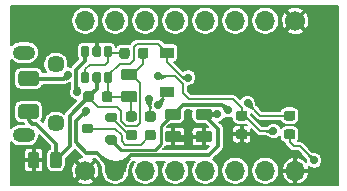
<source format=gbl>
%TF.GenerationSoftware,KiCad,Pcbnew,5.1.7-a382d34a8~87~ubuntu18.04.1*%
%TF.CreationDate,2020-10-28T08:11:05+01:00*%
%TF.ProjectId,CH552_devkit,43483535-325f-4646-9576-6b69742e6b69,rev?*%
%TF.SameCoordinates,Original*%
%TF.FileFunction,Copper,L2,Bot*%
%TF.FilePolarity,Positive*%
%FSLAX46Y46*%
G04 Gerber Fmt 4.6, Leading zero omitted, Abs format (unit mm)*
G04 Created by KiCad (PCBNEW 5.1.7-a382d34a8~87~ubuntu18.04.1) date 2020-10-28 08:11:05*
%MOMM*%
%LPD*%
G01*
G04 APERTURE LIST*
%TA.AperFunction,ComponentPad*%
%ADD10O,1.700000X1.700000*%
%TD*%
%TA.AperFunction,ComponentPad*%
%ADD11C,1.700000*%
%TD*%
%TA.AperFunction,ComponentPad*%
%ADD12O,1.900000X1.200000*%
%TD*%
%TA.AperFunction,ComponentPad*%
%ADD13C,1.450000*%
%TD*%
%TA.AperFunction,SMDPad,CuDef*%
%ADD14R,1.200000X0.900000*%
%TD*%
%TA.AperFunction,ViaPad*%
%ADD15C,0.700000*%
%TD*%
%TA.AperFunction,Conductor*%
%ADD16C,0.350000*%
%TD*%
%TA.AperFunction,Conductor*%
%ADD17C,0.250000*%
%TD*%
%TA.AperFunction,Conductor*%
%ADD18C,0.180000*%
%TD*%
%TA.AperFunction,Conductor*%
%ADD19C,0.100000*%
%TD*%
%TA.AperFunction,Conductor*%
%ADD20C,0.025400*%
%TD*%
G04 APERTURE END LIST*
%TO.P,R8,1*%
%TO.N,Net-(D3-Pad2)*%
%TA.AperFunction,SMDPad,CuDef*%
G36*
G01*
X95049050Y-88347000D02*
X94536550Y-88347000D01*
G75*
G02*
X94317800Y-88128250I0J218750D01*
G01*
X94317800Y-87690750D01*
G75*
G02*
X94536550Y-87472000I218750J0D01*
G01*
X95049050Y-87472000D01*
G75*
G02*
X95267800Y-87690750I0J-218750D01*
G01*
X95267800Y-88128250D01*
G75*
G02*
X95049050Y-88347000I-218750J0D01*
G01*
G37*
%TD.AperFunction*%
%TO.P,R8,2*%
%TO.N,+5V*%
%TA.AperFunction,SMDPad,CuDef*%
G36*
G01*
X95049050Y-86772000D02*
X94536550Y-86772000D01*
G75*
G02*
X94317800Y-86553250I0J218750D01*
G01*
X94317800Y-86115750D01*
G75*
G02*
X94536550Y-85897000I218750J0D01*
G01*
X95049050Y-85897000D01*
G75*
G02*
X95267800Y-86115750I0J-218750D01*
G01*
X95267800Y-86553250D01*
G75*
G02*
X95049050Y-86772000I-218750J0D01*
G01*
G37*
%TD.AperFunction*%
%TD*%
%TO.P,R6,1*%
%TO.N,Net-(C3-Pad1)*%
%TA.AperFunction,SMDPad,CuDef*%
G36*
G01*
X77325000Y-84995850D02*
X77325000Y-84483350D01*
G75*
G02*
X77543750Y-84264600I218750J0D01*
G01*
X77981250Y-84264600D01*
G75*
G02*
X78200000Y-84483350I0J-218750D01*
G01*
X78200000Y-84995850D01*
G75*
G02*
X77981250Y-85214600I-218750J0D01*
G01*
X77543750Y-85214600D01*
G75*
G02*
X77325000Y-84995850I0J218750D01*
G01*
G37*
%TD.AperFunction*%
%TO.P,R6,2*%
%TO.N,Net-(C3-Pad2)*%
%TA.AperFunction,SMDPad,CuDef*%
G36*
G01*
X78900000Y-84995850D02*
X78900000Y-84483350D01*
G75*
G02*
X79118750Y-84264600I218750J0D01*
G01*
X79556250Y-84264600D01*
G75*
G02*
X79775000Y-84483350I0J-218750D01*
G01*
X79775000Y-84995850D01*
G75*
G02*
X79556250Y-85214600I-218750J0D01*
G01*
X79118750Y-85214600D01*
G75*
G02*
X78900000Y-84995850I0J218750D01*
G01*
G37*
%TD.AperFunction*%
%TD*%
%TO.P,R5,1*%
%TO.N,Net-(C3-Pad2)*%
%TA.AperFunction,SMDPad,CuDef*%
G36*
G01*
X81143750Y-85952101D02*
X81656250Y-85952101D01*
G75*
G02*
X81875000Y-86170851I0J-218750D01*
G01*
X81875000Y-86608351D01*
G75*
G02*
X81656250Y-86827101I-218750J0D01*
G01*
X81143750Y-86827101D01*
G75*
G02*
X80925000Y-86608351I0J218750D01*
G01*
X80925000Y-86170851D01*
G75*
G02*
X81143750Y-85952101I218750J0D01*
G01*
G37*
%TD.AperFunction*%
%TO.P,R5,2*%
%TO.N,Net-(Q2-Pad1)*%
%TA.AperFunction,SMDPad,CuDef*%
G36*
G01*
X81143750Y-87527101D02*
X81656250Y-87527101D01*
G75*
G02*
X81875000Y-87745851I0J-218750D01*
G01*
X81875000Y-88183351D01*
G75*
G02*
X81656250Y-88402101I-218750J0D01*
G01*
X81143750Y-88402101D01*
G75*
G02*
X80925000Y-88183351I0J218750D01*
G01*
X80925000Y-87745851D01*
G75*
G02*
X81143750Y-87527101I218750J0D01*
G01*
G37*
%TD.AperFunction*%
%TD*%
%TO.P,R4,1*%
%TO.N,/USB_P*%
%TA.AperFunction,SMDPad,CuDef*%
G36*
G01*
X82743750Y-85964600D02*
X83256250Y-85964600D01*
G75*
G02*
X83475000Y-86183350I0J-218750D01*
G01*
X83475000Y-86620850D01*
G75*
G02*
X83256250Y-86839600I-218750J0D01*
G01*
X82743750Y-86839600D01*
G75*
G02*
X82525000Y-86620850I0J218750D01*
G01*
X82525000Y-86183350D01*
G75*
G02*
X82743750Y-85964600I218750J0D01*
G01*
G37*
%TD.AperFunction*%
%TO.P,R4,2*%
%TO.N,Net-(Q2-Pad3)*%
%TA.AperFunction,SMDPad,CuDef*%
G36*
G01*
X82743750Y-87539600D02*
X83256250Y-87539600D01*
G75*
G02*
X83475000Y-87758350I0J-218750D01*
G01*
X83475000Y-88195850D01*
G75*
G02*
X83256250Y-88414600I-218750J0D01*
G01*
X82743750Y-88414600D01*
G75*
G02*
X82525000Y-88195850I0J218750D01*
G01*
X82525000Y-87758350D01*
G75*
G02*
X82743750Y-87539600I218750J0D01*
G01*
G37*
%TD.AperFunction*%
%TD*%
%TO.P,R3,1*%
%TO.N,Net-(C3-Pad1)*%
%TA.AperFunction,SMDPad,CuDef*%
G36*
G01*
X82825000Y-80783350D02*
X82825000Y-81295850D01*
G75*
G02*
X82606250Y-81514600I-218750J0D01*
G01*
X82168750Y-81514600D01*
G75*
G02*
X81950000Y-81295850I0J218750D01*
G01*
X81950000Y-80783350D01*
G75*
G02*
X82168750Y-80564600I218750J0D01*
G01*
X82606250Y-80564600D01*
G75*
G02*
X82825000Y-80783350I0J-218750D01*
G01*
G37*
%TD.AperFunction*%
%TO.P,R3,2*%
%TO.N,Net-(Q1-Pad3)*%
%TA.AperFunction,SMDPad,CuDef*%
G36*
G01*
X81250000Y-80783350D02*
X81250000Y-81295850D01*
G75*
G02*
X81031250Y-81514600I-218750J0D01*
G01*
X80593750Y-81514600D01*
G75*
G02*
X80375000Y-81295850I0J218750D01*
G01*
X80375000Y-80783350D01*
G75*
G02*
X80593750Y-80564600I218750J0D01*
G01*
X81031250Y-80564600D01*
G75*
G02*
X81250000Y-80783350I0J-218750D01*
G01*
G37*
%TD.AperFunction*%
%TD*%
%TO.P,R1,1*%
%TO.N,/RST*%
%TA.AperFunction,SMDPad,CuDef*%
G36*
G01*
X90472550Y-85897000D02*
X90985050Y-85897000D01*
G75*
G02*
X91203800Y-86115750I0J-218750D01*
G01*
X91203800Y-86553250D01*
G75*
G02*
X90985050Y-86772000I-218750J0D01*
G01*
X90472550Y-86772000D01*
G75*
G02*
X90253800Y-86553250I0J218750D01*
G01*
X90253800Y-86115750D01*
G75*
G02*
X90472550Y-85897000I218750J0D01*
G01*
G37*
%TD.AperFunction*%
%TO.P,R1,2*%
%TO.N,GND*%
%TA.AperFunction,SMDPad,CuDef*%
G36*
G01*
X90472550Y-87472000D02*
X90985050Y-87472000D01*
G75*
G02*
X91203800Y-87690750I0J-218750D01*
G01*
X91203800Y-88128250D01*
G75*
G02*
X90985050Y-88347000I-218750J0D01*
G01*
X90472550Y-88347000D01*
G75*
G02*
X90253800Y-88128250I0J218750D01*
G01*
X90253800Y-87690750D01*
G75*
G02*
X90472550Y-87472000I218750J0D01*
G01*
G37*
%TD.AperFunction*%
%TD*%
D10*
%TO.P,J2,8*%
%TO.N,GND*%
X95280000Y-91000000D03*
%TO.P,J2,7*%
%TO.N,/RST*%
X92740000Y-91000000D03*
%TO.P,J2,6*%
%TO.N,/P3.4*%
X90200000Y-91000000D03*
%TO.P,J2,5*%
%TO.N,/P3.3*%
X87660000Y-91000000D03*
%TO.P,J2,4*%
%TO.N,/P1.1*%
X85120000Y-91000000D03*
%TO.P,J2,3*%
%TO.N,/BOOT*%
X82580000Y-91000000D03*
%TO.P,J2,2*%
%TO.N,+5V*%
X80040000Y-91000000D03*
D11*
%TO.P,J2,1*%
%TO.N,GND*%
X77500000Y-91000000D03*
%TD*%
D10*
%TO.P,J1,8*%
%TO.N,/RX*%
X77500000Y-78300000D03*
%TO.P,J1,7*%
%TO.N,/TX*%
X80040000Y-78300000D03*
%TO.P,J1,6*%
%TO.N,/P1.7*%
X82580000Y-78300000D03*
%TO.P,J1,5*%
%TO.N,/P1.6*%
X85120000Y-78300000D03*
%TO.P,J1,4*%
%TO.N,/P1.5*%
X87660000Y-78300000D03*
%TO.P,J1,3*%
%TO.N,/P1.4*%
X90200000Y-78300000D03*
%TO.P,J1,2*%
%TO.N,/P3.2*%
X92740000Y-78300000D03*
D11*
%TO.P,J1,1*%
%TO.N,GND*%
X95280000Y-78300000D03*
%TD*%
%TO.P,Q2,1*%
%TO.N,Net-(Q2-Pad1)*%
%TA.AperFunction,SMDPad,CuDef*%
G36*
G01*
X80189200Y-86276800D02*
X80189200Y-86676800D01*
G75*
G02*
X79989200Y-86876800I-200000J0D01*
G01*
X79389200Y-86876800D01*
G75*
G02*
X79189200Y-86676800I0J200000D01*
G01*
X79189200Y-86276800D01*
G75*
G02*
X79389200Y-86076800I200000J0D01*
G01*
X79989200Y-86076800D01*
G75*
G02*
X80189200Y-86276800I0J-200000D01*
G01*
G37*
%TD.AperFunction*%
%TO.P,Q2,2*%
%TO.N,+3V3*%
%TA.AperFunction,SMDPad,CuDef*%
G36*
G01*
X80189200Y-88176800D02*
X80189200Y-88576800D01*
G75*
G02*
X79989200Y-88776800I-200000J0D01*
G01*
X79389200Y-88776800D01*
G75*
G02*
X79189200Y-88576800I0J200000D01*
G01*
X79189200Y-88176800D01*
G75*
G02*
X79389200Y-87976800I200000J0D01*
G01*
X79989200Y-87976800D01*
G75*
G02*
X80189200Y-88176800I0J-200000D01*
G01*
G37*
%TD.AperFunction*%
%TO.P,Q2,3*%
%TO.N,Net-(Q2-Pad3)*%
%TA.AperFunction,SMDPad,CuDef*%
G36*
G01*
X78189200Y-87226800D02*
X78189200Y-87626800D01*
G75*
G02*
X77989200Y-87826800I-200000J0D01*
G01*
X77389200Y-87826800D01*
G75*
G02*
X77189200Y-87626800I0J200000D01*
G01*
X77189200Y-87226800D01*
G75*
G02*
X77389200Y-87026800I200000J0D01*
G01*
X77989200Y-87026800D01*
G75*
G02*
X78189200Y-87226800I0J-200000D01*
G01*
G37*
%TD.AperFunction*%
%TD*%
%TO.P,F1,2*%
%TO.N,Net-(C3-Pad1)*%
%TA.AperFunction,SMDPad,CuDef*%
G36*
G01*
X72075000Y-85364600D02*
X73325000Y-85364600D01*
G75*
G02*
X73575000Y-85614600I0J-250000D01*
G01*
X73575000Y-86364600D01*
G75*
G02*
X73325000Y-86614600I-250000J0D01*
G01*
X72075000Y-86614600D01*
G75*
G02*
X71825000Y-86364600I0J250000D01*
G01*
X71825000Y-85614600D01*
G75*
G02*
X72075000Y-85364600I250000J0D01*
G01*
G37*
%TD.AperFunction*%
%TO.P,F1,1*%
%TO.N,Net-(F1-Pad1)*%
%TA.AperFunction,SMDPad,CuDef*%
G36*
G01*
X72075000Y-82564600D02*
X73325000Y-82564600D01*
G75*
G02*
X73575000Y-82814600I0J-250000D01*
G01*
X73575000Y-83564600D01*
G75*
G02*
X73325000Y-83814600I-250000J0D01*
G01*
X72075000Y-83814600D01*
G75*
G02*
X71825000Y-83564600I0J250000D01*
G01*
X71825000Y-82814600D01*
G75*
G02*
X72075000Y-82564600I250000J0D01*
G01*
G37*
%TD.AperFunction*%
%TD*%
%TO.P,Q1,6*%
%TO.N,Net-(Q1-Pad3)*%
%TA.AperFunction,SMDPad,CuDef*%
G36*
G01*
X79750000Y-80575000D02*
X79750000Y-81225000D01*
G75*
G02*
X79575000Y-81400000I-175000J0D01*
G01*
X79225000Y-81400000D01*
G75*
G02*
X79050000Y-81225000I0J175000D01*
G01*
X79050000Y-80575000D01*
G75*
G02*
X79225000Y-80400000I175000J0D01*
G01*
X79575000Y-80400000D01*
G75*
G02*
X79750000Y-80575000I0J-175000D01*
G01*
G37*
%TD.AperFunction*%
%TO.P,Q1,5*%
%TO.N,GND*%
%TA.AperFunction,SMDPad,CuDef*%
G36*
G01*
X78800000Y-80575000D02*
X78800000Y-81225000D01*
G75*
G02*
X78625000Y-81400000I-175000J0D01*
G01*
X78275000Y-81400000D01*
G75*
G02*
X78100000Y-81225000I0J175000D01*
G01*
X78100000Y-80575000D01*
G75*
G02*
X78275000Y-80400000I175000J0D01*
G01*
X78625000Y-80400000D01*
G75*
G02*
X78800000Y-80575000I0J-175000D01*
G01*
G37*
%TD.AperFunction*%
%TO.P,Q1,4*%
%TO.N,+5V*%
%TA.AperFunction,SMDPad,CuDef*%
G36*
G01*
X77850000Y-80575000D02*
X77850000Y-81225000D01*
G75*
G02*
X77675000Y-81400000I-175000J0D01*
G01*
X77325000Y-81400000D01*
G75*
G02*
X77150000Y-81225000I0J175000D01*
G01*
X77150000Y-80575000D01*
G75*
G02*
X77325000Y-80400000I175000J0D01*
G01*
X77675000Y-80400000D01*
G75*
G02*
X77850000Y-80575000I0J-175000D01*
G01*
G37*
%TD.AperFunction*%
%TO.P,Q1,3*%
%TO.N,Net-(Q1-Pad3)*%
%TA.AperFunction,SMDPad,CuDef*%
G36*
G01*
X77850000Y-82775000D02*
X77850000Y-83425000D01*
G75*
G02*
X77675000Y-83600000I-175000J0D01*
G01*
X77325000Y-83600000D01*
G75*
G02*
X77150000Y-83425000I0J175000D01*
G01*
X77150000Y-82775000D01*
G75*
G02*
X77325000Y-82600000I175000J0D01*
G01*
X77675000Y-82600000D01*
G75*
G02*
X77850000Y-82775000I0J-175000D01*
G01*
G37*
%TD.AperFunction*%
%TO.P,Q1,2*%
%TO.N,Net-(C3-Pad1)*%
%TA.AperFunction,SMDPad,CuDef*%
G36*
G01*
X78800000Y-82775000D02*
X78800000Y-83425000D01*
G75*
G02*
X78625000Y-83600000I-175000J0D01*
G01*
X78275000Y-83600000D01*
G75*
G02*
X78100000Y-83425000I0J175000D01*
G01*
X78100000Y-82775000D01*
G75*
G02*
X78275000Y-82600000I175000J0D01*
G01*
X78625000Y-82600000D01*
G75*
G02*
X78800000Y-82775000I0J-175000D01*
G01*
G37*
%TD.AperFunction*%
%TO.P,Q1,1*%
%TO.N,Net-(C3-Pad2)*%
%TA.AperFunction,SMDPad,CuDef*%
G36*
G01*
X79750000Y-82775000D02*
X79750000Y-83425000D01*
G75*
G02*
X79575000Y-83600000I-175000J0D01*
G01*
X79225000Y-83600000D01*
G75*
G02*
X79050000Y-83425000I0J175000D01*
G01*
X79050000Y-82775000D01*
G75*
G02*
X79225000Y-82600000I175000J0D01*
G01*
X79575000Y-82600000D01*
G75*
G02*
X79750000Y-82775000I0J-175000D01*
G01*
G37*
%TD.AperFunction*%
%TD*%
D12*
%TO.P,J3,6*%
%TO.N,Net-(C4-Pad1)*%
X72300000Y-87989600D03*
X72300000Y-80989600D03*
D13*
X75000000Y-86989600D03*
X75000000Y-81989600D03*
%TD*%
D14*
%TO.P,D2,2*%
%TO.N,Net-(C3-Pad2)*%
X84400000Y-80989600D03*
%TO.P,D2,1*%
%TO.N,/BOOT*%
X84400000Y-84289600D03*
%TD*%
%TO.P,C5,1*%
%TO.N,Net-(C3-Pad1)*%
%TA.AperFunction,SMDPad,CuDef*%
G36*
G01*
X75487500Y-89633350D02*
X75487500Y-90545850D01*
G75*
G02*
X75243750Y-90789600I-243750J0D01*
G01*
X74756250Y-90789600D01*
G75*
G02*
X74512500Y-90545850I0J243750D01*
G01*
X74512500Y-89633350D01*
G75*
G02*
X74756250Y-89389600I243750J0D01*
G01*
X75243750Y-89389600D01*
G75*
G02*
X75487500Y-89633350I0J-243750D01*
G01*
G37*
%TD.AperFunction*%
%TO.P,C5,2*%
%TO.N,GND*%
%TA.AperFunction,SMDPad,CuDef*%
G36*
G01*
X73612500Y-89633350D02*
X73612500Y-90545850D01*
G75*
G02*
X73368750Y-90789600I-243750J0D01*
G01*
X72881250Y-90789600D01*
G75*
G02*
X72637500Y-90545850I0J243750D01*
G01*
X72637500Y-89633350D01*
G75*
G02*
X72881250Y-89389600I243750J0D01*
G01*
X73368750Y-89389600D01*
G75*
G02*
X73612500Y-89633350I0J-243750D01*
G01*
G37*
%TD.AperFunction*%
%TD*%
%TO.P,C3,1*%
%TO.N,Net-(C3-Pad1)*%
%TA.AperFunction,SMDPad,CuDef*%
G36*
G01*
X80743750Y-82364600D02*
X81656250Y-82364600D01*
G75*
G02*
X81900000Y-82608350I0J-243750D01*
G01*
X81900000Y-83095850D01*
G75*
G02*
X81656250Y-83339600I-243750J0D01*
G01*
X80743750Y-83339600D01*
G75*
G02*
X80500000Y-83095850I0J243750D01*
G01*
X80500000Y-82608350D01*
G75*
G02*
X80743750Y-82364600I243750J0D01*
G01*
G37*
%TD.AperFunction*%
%TO.P,C3,2*%
%TO.N,Net-(C3-Pad2)*%
%TA.AperFunction,SMDPad,CuDef*%
G36*
G01*
X80743750Y-84239600D02*
X81656250Y-84239600D01*
G75*
G02*
X81900000Y-84483350I0J-243750D01*
G01*
X81900000Y-84970850D01*
G75*
G02*
X81656250Y-85214600I-243750J0D01*
G01*
X80743750Y-85214600D01*
G75*
G02*
X80500000Y-84970850I0J243750D01*
G01*
X80500000Y-84483350D01*
G75*
G02*
X80743750Y-84239600I243750J0D01*
G01*
G37*
%TD.AperFunction*%
%TD*%
%TO.P,C2,1*%
%TO.N,+5V*%
%TA.AperFunction,SMDPad,CuDef*%
G36*
G01*
X87072150Y-85747800D02*
X87984650Y-85747800D01*
G75*
G02*
X88228400Y-85991550I0J-243750D01*
G01*
X88228400Y-86479050D01*
G75*
G02*
X87984650Y-86722800I-243750J0D01*
G01*
X87072150Y-86722800D01*
G75*
G02*
X86828400Y-86479050I0J243750D01*
G01*
X86828400Y-85991550D01*
G75*
G02*
X87072150Y-85747800I243750J0D01*
G01*
G37*
%TD.AperFunction*%
%TO.P,C2,2*%
%TO.N,GND*%
%TA.AperFunction,SMDPad,CuDef*%
G36*
G01*
X87072150Y-87622800D02*
X87984650Y-87622800D01*
G75*
G02*
X88228400Y-87866550I0J-243750D01*
G01*
X88228400Y-88354050D01*
G75*
G02*
X87984650Y-88597800I-243750J0D01*
G01*
X87072150Y-88597800D01*
G75*
G02*
X86828400Y-88354050I0J243750D01*
G01*
X86828400Y-87866550D01*
G75*
G02*
X87072150Y-87622800I243750J0D01*
G01*
G37*
%TD.AperFunction*%
%TD*%
%TO.P,C1,1*%
%TO.N,+3V3*%
%TA.AperFunction,SMDPad,CuDef*%
G36*
G01*
X84481350Y-85747800D02*
X85393850Y-85747800D01*
G75*
G02*
X85637600Y-85991550I0J-243750D01*
G01*
X85637600Y-86479050D01*
G75*
G02*
X85393850Y-86722800I-243750J0D01*
G01*
X84481350Y-86722800D01*
G75*
G02*
X84237600Y-86479050I0J243750D01*
G01*
X84237600Y-85991550D01*
G75*
G02*
X84481350Y-85747800I243750J0D01*
G01*
G37*
%TD.AperFunction*%
%TO.P,C1,2*%
%TO.N,GND*%
%TA.AperFunction,SMDPad,CuDef*%
G36*
G01*
X84481350Y-87622800D02*
X85393850Y-87622800D01*
G75*
G02*
X85637600Y-87866550I0J-243750D01*
G01*
X85637600Y-88354050D01*
G75*
G02*
X85393850Y-88597800I-243750J0D01*
G01*
X84481350Y-88597800D01*
G75*
G02*
X84237600Y-88354050I0J243750D01*
G01*
X84237600Y-87866550D01*
G75*
G02*
X84481350Y-87622800I243750J0D01*
G01*
G37*
%TD.AperFunction*%
%TD*%
D15*
%TO.N,+3V3*%
X89582443Y-85878519D03*
%TO.N,GND*%
X76301600Y-85109600D03*
X86258400Y-88372780D03*
X91550000Y-88950000D03*
X90300000Y-88950000D03*
X91450000Y-90050000D03*
X93677600Y-81531600D03*
X94998400Y-81531600D03*
X90830400Y-81178400D03*
X74105600Y-80682000D03*
X86918800Y-84074000D03*
X87833200Y-84074000D03*
X88747600Y-84074000D03*
X89662000Y-84074000D03*
X90881200Y-82296000D03*
X72000000Y-91500000D03*
X73500000Y-91500000D03*
X75000000Y-91500000D03*
X92500000Y-84500000D03*
X94000000Y-84500000D03*
X95500000Y-84500000D03*
X97000000Y-84500000D03*
X94000000Y-90000000D03*
X76403200Y-81280000D03*
X75805200Y-80682000D03*
X86220000Y-86140000D03*
%TO.N,+5V*%
X76790807Y-84360007D03*
X77558561Y-85940561D03*
X88677590Y-86164791D03*
X91236799Y-85258518D03*
%TO.N,Net-(C3-Pad2)*%
X86207600Y-83108800D03*
%TO.N,/BOOT*%
X83620000Y-85394800D03*
%TO.N,Net-(F1-Pad1)*%
X76034022Y-82854022D03*
%TO.N,/RST*%
X93419600Y-87631600D03*
X83616797Y-83007203D03*
%TO.N,/USB_P*%
X82864479Y-84943590D03*
%TO.N,Net-(D3-Pad2)*%
X96875600Y-90119200D03*
%TD*%
D16*
%TO.N,+3V3*%
X84937600Y-86235300D02*
X85780110Y-85392790D01*
X85780110Y-85392790D02*
X89096714Y-85392790D01*
X89096714Y-85392790D02*
X89582443Y-85878519D01*
D17*
X80512400Y-89200000D02*
X79689200Y-88376800D01*
X83418400Y-89200000D02*
X80512400Y-89200000D01*
X83870800Y-88747600D02*
X83418400Y-89200000D01*
X83870800Y-87200500D02*
X83870800Y-88747600D01*
X84836000Y-86235300D02*
X83870800Y-87200500D01*
D16*
%TO.N,GND*%
X86286100Y-88345080D02*
X86258400Y-88372780D01*
X86520880Y-88110300D02*
X86258400Y-88372780D01*
X87528400Y-88110300D02*
X86520880Y-88110300D01*
X85098480Y-88372780D02*
X84836000Y-88110300D01*
X86258400Y-88372780D02*
X85098480Y-88372780D01*
D18*
X90678000Y-87960300D02*
X90728800Y-87909500D01*
X90678000Y-89103200D02*
X90678000Y-87960300D01*
D16*
%TO.N,+5V*%
X76708000Y-84277200D02*
X76790807Y-84360007D01*
X88747600Y-87454500D02*
X87528400Y-86235300D01*
X88747600Y-88900000D02*
X88747600Y-87454500D01*
X87947600Y-89700000D02*
X88747600Y-88900000D01*
X80040000Y-91000000D02*
X81340000Y-89700000D01*
X81340000Y-89700000D02*
X87947600Y-89700000D01*
X87528400Y-86235300D02*
X88607081Y-86235300D01*
X88607081Y-86235300D02*
X88677590Y-86164791D01*
D18*
X92278100Y-86334500D02*
X94792800Y-86334500D01*
X91236799Y-85258518D02*
X91236799Y-85293199D01*
X91236799Y-85293199D02*
X92278100Y-86334500D01*
D16*
X78498800Y-89458800D02*
X80040000Y-91000000D01*
X77571600Y-89458800D02*
X78498800Y-89458800D01*
X77558561Y-85940561D02*
X76700000Y-86799122D01*
X76700000Y-86799122D02*
X76700000Y-88587200D01*
X76700000Y-88587200D02*
X77571600Y-89458800D01*
X77500000Y-81670000D02*
X77500000Y-80900000D01*
X76740000Y-82430000D02*
X77500000Y-81670000D01*
X76790807Y-84360007D02*
X76740000Y-84309200D01*
X76740000Y-84309200D02*
X76740000Y-82430000D01*
%TO.N,Net-(C3-Pad1)*%
X75000000Y-88689600D02*
X75000000Y-90089600D01*
X72700000Y-85989600D02*
X72700000Y-86720800D01*
X72986400Y-87007200D02*
X73317600Y-87007200D01*
X72700000Y-86720800D02*
X72986400Y-87007200D01*
X73317600Y-87007200D02*
X75000000Y-88689600D01*
X76169990Y-88919610D02*
X75000000Y-90089600D01*
X77762500Y-84739600D02*
X76169990Y-86332110D01*
X76169990Y-86332110D02*
X76169990Y-88919610D01*
X78450000Y-84052100D02*
X78450000Y-83100000D01*
X77762500Y-84739600D02*
X78450000Y-84052100D01*
D18*
X78612500Y-85589600D02*
X77762500Y-84739600D01*
X80204800Y-85589600D02*
X78612500Y-85589600D01*
X80550000Y-85934800D02*
X80204800Y-85589600D01*
X80550000Y-86789600D02*
X80550000Y-85934800D01*
X80950000Y-87189600D02*
X80550000Y-86789600D01*
X82170010Y-86919590D02*
X81900000Y-87189600D01*
X82170010Y-83600010D02*
X82170010Y-86919590D01*
X81900000Y-87189600D02*
X80950000Y-87189600D01*
X81422100Y-82852100D02*
X82170010Y-83600010D01*
X81200000Y-82852100D02*
X81422100Y-82852100D01*
X81467900Y-82852100D02*
X81200000Y-82852100D01*
X82387500Y-81039600D02*
X82387500Y-81932500D01*
X82387500Y-81932500D02*
X81467900Y-82852100D01*
%TO.N,Net-(C3-Pad2)*%
X81400000Y-84927100D02*
X81200000Y-84727100D01*
X81400000Y-86389601D02*
X81400000Y-84927100D01*
X84400000Y-81789600D02*
X84400000Y-80989600D01*
X86197800Y-83099000D02*
X86207600Y-83108800D01*
X85709400Y-83099000D02*
X86197800Y-83099000D01*
X85709400Y-83099000D02*
X84400000Y-81789600D01*
X79350000Y-84727100D02*
X79337500Y-84739600D01*
X81200000Y-84727100D02*
X79350000Y-84727100D01*
X79400000Y-84677100D02*
X79337500Y-84739600D01*
X79400000Y-83100000D02*
X79400000Y-84677100D01*
X79400000Y-82930000D02*
X80400000Y-81930000D01*
X81850906Y-80250000D02*
X83660400Y-80250000D01*
X81600000Y-81589600D02*
X81600000Y-80500906D01*
X81600000Y-80500906D02*
X81850906Y-80250000D01*
X81259600Y-81930000D02*
X81600000Y-81589600D01*
X79400000Y-83100000D02*
X79400000Y-82930000D01*
X83660400Y-80250000D02*
X84400000Y-80989600D01*
X80400000Y-81930000D02*
X81259600Y-81930000D01*
%TO.N,/BOOT*%
X82580000Y-90420000D02*
X82580000Y-91000000D01*
X84115400Y-84574200D02*
X84400000Y-84289600D01*
X84115400Y-84845400D02*
X84115400Y-84574200D01*
X84115400Y-84845400D02*
X83667600Y-85293200D01*
D16*
%TO.N,Net-(F1-Pad1)*%
X72700000Y-83189600D02*
X75698444Y-83189600D01*
X75698444Y-83189600D02*
X76034022Y-82854022D01*
D18*
%TO.N,/RST*%
X90728800Y-86334500D02*
X90728800Y-85648800D01*
X85739999Y-83657199D02*
X85090003Y-83007203D01*
X85090003Y-83007203D02*
X83616797Y-83007203D01*
X85739999Y-84419199D02*
X85739999Y-83657199D01*
X86268580Y-84947780D02*
X85739999Y-84419199D01*
X90027780Y-84947780D02*
X86268580Y-84947780D01*
X90728800Y-85648800D02*
X90027780Y-84947780D01*
X92284400Y-87631600D02*
X93419600Y-87631600D01*
X90728800Y-86334500D02*
X90987300Y-86334500D01*
X90987300Y-86334500D02*
X92284400Y-87631600D01*
%TO.N,/USB_P*%
X83000000Y-85079111D02*
X82864479Y-84943590D01*
X83000000Y-86402100D02*
X83000000Y-85079111D01*
%TO.N,Net-(Q2-Pad3)*%
X80880189Y-88804989D02*
X82172111Y-88804989D01*
X82172111Y-88804989D02*
X83000000Y-87977100D01*
X80568800Y-88493600D02*
X80880189Y-88804989D01*
X80568800Y-87985600D02*
X80568800Y-88493600D01*
X80010000Y-87426800D02*
X80568800Y-87985600D01*
X77689200Y-87426800D02*
X80010000Y-87426800D01*
%TO.N,Net-(Q2-Pad1)*%
X81177001Y-87964601D02*
X81400000Y-87964601D01*
X79689200Y-86476800D02*
X81177001Y-87964601D01*
%TO.N,Net-(D3-Pad2)*%
X95173800Y-88925400D02*
X95681800Y-88925400D01*
X95681800Y-88925400D02*
X96875600Y-90119200D01*
X94792800Y-87909500D02*
X94792800Y-88544400D01*
X94792800Y-88544400D02*
X95173800Y-88925400D01*
%TO.N,Net-(Q1-Pad3)*%
X79539600Y-81039600D02*
X79400000Y-80900000D01*
X80812500Y-81039600D02*
X79539600Y-81039600D01*
X77500000Y-82380000D02*
X77500000Y-83100000D01*
X77880000Y-82000000D02*
X77500000Y-82380000D01*
X79200000Y-82000000D02*
X77880000Y-82000000D01*
X79400000Y-80900000D02*
X79400000Y-81800000D01*
X79400000Y-81800000D02*
X79200000Y-82000000D01*
%TD*%
%TO.N,GND*%
X98885001Y-92235000D02*
X71231000Y-92235000D01*
X71231000Y-91843226D01*
X76776983Y-91843226D01*
X76867695Y-92014903D01*
X77077843Y-92118759D01*
X77304213Y-92179621D01*
X77538108Y-92195151D01*
X77770538Y-92164753D01*
X77992572Y-92089592D01*
X78132305Y-92014903D01*
X78223017Y-91843226D01*
X77500000Y-91120208D01*
X76776983Y-91843226D01*
X71231000Y-91843226D01*
X71231000Y-90789600D01*
X72295855Y-90789600D01*
X72302420Y-90856252D01*
X72321861Y-90920342D01*
X72353433Y-90979408D01*
X72395921Y-91031179D01*
X72447692Y-91073667D01*
X72506758Y-91105239D01*
X72570848Y-91124680D01*
X72637500Y-91131245D01*
X72955000Y-91129600D01*
X73040000Y-91044600D01*
X73040000Y-90174600D01*
X73210000Y-90174600D01*
X73210000Y-91044600D01*
X73295000Y-91129600D01*
X73612500Y-91131245D01*
X73679152Y-91124680D01*
X73743242Y-91105239D01*
X73802308Y-91073667D01*
X73854079Y-91031179D01*
X73896567Y-90979408D01*
X73928139Y-90920342D01*
X73947580Y-90856252D01*
X73954145Y-90789600D01*
X73952500Y-90259600D01*
X73867500Y-90174600D01*
X73210000Y-90174600D01*
X73040000Y-90174600D01*
X72382500Y-90174600D01*
X72297500Y-90259600D01*
X72295855Y-90789600D01*
X71231000Y-90789600D01*
X71231000Y-89389600D01*
X72295855Y-89389600D01*
X72297500Y-89919600D01*
X72382500Y-90004600D01*
X73040000Y-90004600D01*
X73040000Y-89134600D01*
X73210000Y-89134600D01*
X73210000Y-90004600D01*
X73867500Y-90004600D01*
X73952500Y-89919600D01*
X73954145Y-89389600D01*
X73947580Y-89322948D01*
X73928139Y-89258858D01*
X73896567Y-89199792D01*
X73854079Y-89148021D01*
X73802308Y-89105533D01*
X73743242Y-89073961D01*
X73679152Y-89054520D01*
X73612500Y-89047955D01*
X73295000Y-89049600D01*
X73210000Y-89134600D01*
X73040000Y-89134600D01*
X72955000Y-89049600D01*
X72637500Y-89047955D01*
X72570848Y-89054520D01*
X72506758Y-89073961D01*
X72447692Y-89105533D01*
X72395921Y-89148021D01*
X72353433Y-89199792D01*
X72321861Y-89258858D01*
X72302420Y-89322948D01*
X72295855Y-89389600D01*
X71231000Y-89389600D01*
X71231000Y-88595226D01*
X71282104Y-88657496D01*
X71425237Y-88774963D01*
X71588537Y-88862249D01*
X71765728Y-88915999D01*
X71903823Y-88929600D01*
X72696177Y-88929600D01*
X72834272Y-88915999D01*
X73011463Y-88862249D01*
X73174763Y-88774963D01*
X73317896Y-88657496D01*
X73435363Y-88514363D01*
X73522649Y-88351063D01*
X73576399Y-88173872D01*
X73592498Y-88010417D01*
X74485000Y-88902920D01*
X74485000Y-89117760D01*
X74431022Y-89146612D01*
X74342313Y-89219413D01*
X74269512Y-89308122D01*
X74215416Y-89409329D01*
X74182103Y-89519145D01*
X74170855Y-89633350D01*
X74170855Y-90545850D01*
X74182103Y-90660055D01*
X74215416Y-90769871D01*
X74269512Y-90871078D01*
X74342313Y-90959787D01*
X74431022Y-91032588D01*
X74532229Y-91086684D01*
X74642045Y-91119997D01*
X74756250Y-91131245D01*
X75243750Y-91131245D01*
X75357955Y-91119997D01*
X75467771Y-91086684D01*
X75558650Y-91038108D01*
X76304849Y-91038108D01*
X76335247Y-91270538D01*
X76410408Y-91492572D01*
X76485097Y-91632305D01*
X76656774Y-91723017D01*
X77379792Y-91000000D01*
X77620208Y-91000000D01*
X78343226Y-91723017D01*
X78514903Y-91632305D01*
X78618759Y-91422157D01*
X78679621Y-91195787D01*
X78695151Y-90961892D01*
X78664753Y-90729462D01*
X78589592Y-90507428D01*
X78514903Y-90367695D01*
X78343226Y-90276983D01*
X77620208Y-91000000D01*
X77379792Y-91000000D01*
X76656774Y-90276983D01*
X76485097Y-90367695D01*
X76381241Y-90577843D01*
X76320379Y-90804213D01*
X76304849Y-91038108D01*
X75558650Y-91038108D01*
X75568978Y-91032588D01*
X75657687Y-90959787D01*
X75730488Y-90871078D01*
X75784584Y-90769871D01*
X75817897Y-90660055D01*
X75829145Y-90545850D01*
X75829145Y-89988774D01*
X76516269Y-89301651D01*
X76535911Y-89285531D01*
X76552031Y-89265889D01*
X76552035Y-89265885D01*
X76596358Y-89211878D01*
X77189559Y-89805079D01*
X77205679Y-89824721D01*
X77221705Y-89837873D01*
X77007428Y-89910408D01*
X76867695Y-89985097D01*
X76776983Y-90156774D01*
X77500000Y-90879792D01*
X78223017Y-90156774D01*
X78132305Y-89985097D01*
X78109446Y-89973800D01*
X78285481Y-89973800D01*
X78519336Y-90207656D01*
X78588829Y-90282181D01*
X78646100Y-90353383D01*
X78695488Y-90425511D01*
X78737459Y-90498788D01*
X78772444Y-90573576D01*
X78800776Y-90650331D01*
X78822680Y-90729620D01*
X78838220Y-90811997D01*
X78847335Y-90898070D01*
X78850000Y-90994647D01*
X78850000Y-91117205D01*
X78895731Y-91347110D01*
X78985436Y-91563676D01*
X79115667Y-91758581D01*
X79281419Y-91924333D01*
X79476324Y-92054564D01*
X79692890Y-92144269D01*
X79922795Y-92190000D01*
X80157205Y-92190000D01*
X80387110Y-92144269D01*
X80603676Y-92054564D01*
X80798581Y-91924333D01*
X80964333Y-91758581D01*
X81094564Y-91563676D01*
X81184269Y-91347110D01*
X81230000Y-91117205D01*
X81230000Y-90994642D01*
X81232664Y-90898069D01*
X81241779Y-90811997D01*
X81257319Y-90729620D01*
X81279223Y-90650331D01*
X81307555Y-90573576D01*
X81342540Y-90498788D01*
X81384511Y-90425511D01*
X81433899Y-90353383D01*
X81491164Y-90282188D01*
X81553816Y-90215000D01*
X81682086Y-90215000D01*
X81655667Y-90241419D01*
X81525436Y-90436324D01*
X81435731Y-90652890D01*
X81390000Y-90882795D01*
X81390000Y-91117205D01*
X81435731Y-91347110D01*
X81525436Y-91563676D01*
X81655667Y-91758581D01*
X81821419Y-91924333D01*
X82016324Y-92054564D01*
X82232890Y-92144269D01*
X82462795Y-92190000D01*
X82697205Y-92190000D01*
X82927110Y-92144269D01*
X83143676Y-92054564D01*
X83338581Y-91924333D01*
X83504333Y-91758581D01*
X83634564Y-91563676D01*
X83724269Y-91347110D01*
X83770000Y-91117205D01*
X83770000Y-90882795D01*
X83724269Y-90652890D01*
X83634564Y-90436324D01*
X83504333Y-90241419D01*
X83477914Y-90215000D01*
X84222086Y-90215000D01*
X84195667Y-90241419D01*
X84065436Y-90436324D01*
X83975731Y-90652890D01*
X83930000Y-90882795D01*
X83930000Y-91117205D01*
X83975731Y-91347110D01*
X84065436Y-91563676D01*
X84195667Y-91758581D01*
X84361419Y-91924333D01*
X84556324Y-92054564D01*
X84772890Y-92144269D01*
X85002795Y-92190000D01*
X85237205Y-92190000D01*
X85467110Y-92144269D01*
X85683676Y-92054564D01*
X85878581Y-91924333D01*
X86044333Y-91758581D01*
X86174564Y-91563676D01*
X86264269Y-91347110D01*
X86310000Y-91117205D01*
X86310000Y-90882795D01*
X86264269Y-90652890D01*
X86174564Y-90436324D01*
X86044333Y-90241419D01*
X86017914Y-90215000D01*
X86762086Y-90215000D01*
X86735667Y-90241419D01*
X86605436Y-90436324D01*
X86515731Y-90652890D01*
X86470000Y-90882795D01*
X86470000Y-91117205D01*
X86515731Y-91347110D01*
X86605436Y-91563676D01*
X86735667Y-91758581D01*
X86901419Y-91924333D01*
X87096324Y-92054564D01*
X87312890Y-92144269D01*
X87542795Y-92190000D01*
X87777205Y-92190000D01*
X88007110Y-92144269D01*
X88223676Y-92054564D01*
X88418581Y-91924333D01*
X88584333Y-91758581D01*
X88714564Y-91563676D01*
X88804269Y-91347110D01*
X88850000Y-91117205D01*
X88850000Y-90882795D01*
X89010000Y-90882795D01*
X89010000Y-91117205D01*
X89055731Y-91347110D01*
X89145436Y-91563676D01*
X89275667Y-91758581D01*
X89441419Y-91924333D01*
X89636324Y-92054564D01*
X89852890Y-92144269D01*
X90082795Y-92190000D01*
X90317205Y-92190000D01*
X90547110Y-92144269D01*
X90763676Y-92054564D01*
X90958581Y-91924333D01*
X91124333Y-91758581D01*
X91254564Y-91563676D01*
X91344269Y-91347110D01*
X91390000Y-91117205D01*
X91390000Y-90882795D01*
X91550000Y-90882795D01*
X91550000Y-91117205D01*
X91595731Y-91347110D01*
X91685436Y-91563676D01*
X91815667Y-91758581D01*
X91981419Y-91924333D01*
X92176324Y-92054564D01*
X92392890Y-92144269D01*
X92622795Y-92190000D01*
X92857205Y-92190000D01*
X93087110Y-92144269D01*
X93303676Y-92054564D01*
X93498581Y-91924333D01*
X93664333Y-91758581D01*
X93794564Y-91563676D01*
X93884269Y-91347110D01*
X93899679Y-91269636D01*
X94120946Y-91269636D01*
X94195820Y-91490575D01*
X94312359Y-91692662D01*
X94466084Y-91868130D01*
X94651087Y-92010236D01*
X94860259Y-92113519D01*
X95010365Y-92159050D01*
X95195000Y-92101726D01*
X95195000Y-91085000D01*
X95365000Y-91085000D01*
X95365000Y-92101726D01*
X95549635Y-92159050D01*
X95699741Y-92113519D01*
X95908913Y-92010236D01*
X96093916Y-91868130D01*
X96247641Y-91692662D01*
X96364180Y-91490575D01*
X96439054Y-91269636D01*
X96381964Y-91085000D01*
X95365000Y-91085000D01*
X95195000Y-91085000D01*
X94178036Y-91085000D01*
X94120946Y-91269636D01*
X93899679Y-91269636D01*
X93930000Y-91117205D01*
X93930000Y-90882795D01*
X93899680Y-90730364D01*
X94120946Y-90730364D01*
X94178036Y-90915000D01*
X95195000Y-90915000D01*
X95195000Y-89898274D01*
X95010365Y-89840950D01*
X94860259Y-89886481D01*
X94651087Y-89989764D01*
X94466084Y-90131870D01*
X94312359Y-90307338D01*
X94195820Y-90509425D01*
X94120946Y-90730364D01*
X93899680Y-90730364D01*
X93884269Y-90652890D01*
X93794564Y-90436324D01*
X93664333Y-90241419D01*
X93498581Y-90075667D01*
X93303676Y-89945436D01*
X93087110Y-89855731D01*
X92857205Y-89810000D01*
X92622795Y-89810000D01*
X92392890Y-89855731D01*
X92176324Y-89945436D01*
X91981419Y-90075667D01*
X91815667Y-90241419D01*
X91685436Y-90436324D01*
X91595731Y-90652890D01*
X91550000Y-90882795D01*
X91390000Y-90882795D01*
X91344269Y-90652890D01*
X91254564Y-90436324D01*
X91124333Y-90241419D01*
X90958581Y-90075667D01*
X90763676Y-89945436D01*
X90547110Y-89855731D01*
X90317205Y-89810000D01*
X90082795Y-89810000D01*
X89852890Y-89855731D01*
X89636324Y-89945436D01*
X89441419Y-90075667D01*
X89275667Y-90241419D01*
X89145436Y-90436324D01*
X89055731Y-90652890D01*
X89010000Y-90882795D01*
X88850000Y-90882795D01*
X88804269Y-90652890D01*
X88714564Y-90436324D01*
X88584333Y-90241419D01*
X88418581Y-90075667D01*
X88347648Y-90028271D01*
X89093879Y-89282041D01*
X89113521Y-89265921D01*
X89129641Y-89246279D01*
X89129644Y-89246276D01*
X89177878Y-89187504D01*
X89225699Y-89098036D01*
X89235630Y-89065299D01*
X89255148Y-89000957D01*
X89262600Y-88925293D01*
X89262600Y-88925283D01*
X89265090Y-88900000D01*
X89262600Y-88874718D01*
X89262600Y-88347000D01*
X89912155Y-88347000D01*
X89918720Y-88413652D01*
X89938161Y-88477742D01*
X89969733Y-88536808D01*
X90012221Y-88588579D01*
X90063992Y-88631067D01*
X90123058Y-88662639D01*
X90187148Y-88682080D01*
X90253800Y-88688645D01*
X90558800Y-88687000D01*
X90643800Y-88602000D01*
X90643800Y-87994500D01*
X90813800Y-87994500D01*
X90813800Y-88602000D01*
X90898800Y-88687000D01*
X91203800Y-88688645D01*
X91270452Y-88682080D01*
X91334542Y-88662639D01*
X91393608Y-88631067D01*
X91445379Y-88588579D01*
X91487867Y-88536808D01*
X91519439Y-88477742D01*
X91538880Y-88413652D01*
X91545445Y-88347000D01*
X91543800Y-88079500D01*
X91458800Y-87994500D01*
X90813800Y-87994500D01*
X90643800Y-87994500D01*
X89998800Y-87994500D01*
X89913800Y-88079500D01*
X89912155Y-88347000D01*
X89262600Y-88347000D01*
X89262600Y-87479782D01*
X89263366Y-87472000D01*
X89912155Y-87472000D01*
X89913800Y-87739500D01*
X89998800Y-87824500D01*
X90643800Y-87824500D01*
X90643800Y-87217000D01*
X90558800Y-87132000D01*
X90253800Y-87130355D01*
X90187148Y-87136920D01*
X90123058Y-87156361D01*
X90063992Y-87187933D01*
X90012221Y-87230421D01*
X89969733Y-87282192D01*
X89938161Y-87341258D01*
X89918720Y-87405348D01*
X89912155Y-87472000D01*
X89263366Y-87472000D01*
X89265090Y-87454499D01*
X89262600Y-87429217D01*
X89262600Y-87429207D01*
X89255148Y-87353543D01*
X89225699Y-87256465D01*
X89177878Y-87166997D01*
X89162994Y-87148861D01*
X89129644Y-87108224D01*
X89129641Y-87108221D01*
X89113521Y-87088579D01*
X89093879Y-87072459D01*
X88854533Y-86833113D01*
X88878856Y-86828275D01*
X89004428Y-86776261D01*
X89117440Y-86700749D01*
X89213548Y-86604641D01*
X89282666Y-86501198D01*
X89381177Y-86542003D01*
X89514484Y-86568519D01*
X89650402Y-86568519D01*
X89783709Y-86542003D01*
X89909281Y-86489989D01*
X89912155Y-86488069D01*
X89912155Y-86553250D01*
X89922923Y-86662578D01*
X89954813Y-86767704D01*
X90006599Y-86864589D01*
X90076291Y-86949509D01*
X90161211Y-87019201D01*
X90258096Y-87070987D01*
X90363222Y-87102877D01*
X90472550Y-87113645D01*
X90985050Y-87113645D01*
X91094378Y-87102877D01*
X91135186Y-87090498D01*
X91175198Y-87130509D01*
X90898800Y-87132000D01*
X90813800Y-87217000D01*
X90813800Y-87824500D01*
X91458800Y-87824500D01*
X91543800Y-87739500D01*
X91545269Y-87500581D01*
X91965410Y-87920722D01*
X91978873Y-87937127D01*
X91995277Y-87950589D01*
X92044348Y-87990861D01*
X92079783Y-88009801D01*
X92119050Y-88030790D01*
X92200105Y-88055378D01*
X92263281Y-88061600D01*
X92263282Y-88061600D01*
X92284399Y-88063680D01*
X92305516Y-88061600D01*
X92785998Y-88061600D01*
X92812072Y-88062509D01*
X92829675Y-88064415D01*
X92844879Y-88067257D01*
X92858153Y-88070858D01*
X92870034Y-88075162D01*
X92881103Y-88080257D01*
X92891914Y-88086384D01*
X92902924Y-88093895D01*
X92914482Y-88103237D01*
X92932060Y-88119868D01*
X92979750Y-88167558D01*
X93092762Y-88243070D01*
X93218334Y-88295084D01*
X93351641Y-88321600D01*
X93487559Y-88321600D01*
X93620866Y-88295084D01*
X93746438Y-88243070D01*
X93859450Y-88167558D01*
X93955558Y-88071450D01*
X93976155Y-88040624D01*
X93976155Y-88128250D01*
X93986923Y-88237578D01*
X94018813Y-88342704D01*
X94070599Y-88439589D01*
X94140291Y-88524509D01*
X94225211Y-88594201D01*
X94322096Y-88645987D01*
X94379556Y-88663417D01*
X94393610Y-88709749D01*
X94433341Y-88784079D01*
X94433540Y-88784451D01*
X94487274Y-88849927D01*
X94503679Y-88863390D01*
X94854809Y-89214521D01*
X94868273Y-89230927D01*
X94933749Y-89284661D01*
X95008450Y-89324590D01*
X95089505Y-89349178D01*
X95152681Y-89355400D01*
X95152682Y-89355400D01*
X95173799Y-89357480D01*
X95194916Y-89355400D01*
X95503689Y-89355400D01*
X96123510Y-89975222D01*
X96141316Y-89994315D01*
X96152407Y-90008100D01*
X96161157Y-90020872D01*
X96167991Y-90032795D01*
X96173355Y-90044251D01*
X96177576Y-90055674D01*
X96180887Y-90067646D01*
X96183362Y-90080746D01*
X96184930Y-90095533D01*
X96185600Y-90119753D01*
X96185600Y-90187159D01*
X96198303Y-90251021D01*
X96093916Y-90131870D01*
X95908913Y-89989764D01*
X95699741Y-89886481D01*
X95549635Y-89840950D01*
X95365000Y-89898274D01*
X95365000Y-90915000D01*
X96381964Y-90915000D01*
X96439054Y-90730364D01*
X96402197Y-90621605D01*
X96435750Y-90655158D01*
X96548762Y-90730670D01*
X96674334Y-90782684D01*
X96807641Y-90809200D01*
X96943559Y-90809200D01*
X97076866Y-90782684D01*
X97202438Y-90730670D01*
X97315450Y-90655158D01*
X97411558Y-90559050D01*
X97487070Y-90446038D01*
X97539084Y-90320466D01*
X97565600Y-90187159D01*
X97565600Y-90051241D01*
X97539084Y-89917934D01*
X97487070Y-89792362D01*
X97411558Y-89679350D01*
X97315450Y-89583242D01*
X97202438Y-89507730D01*
X97076866Y-89455716D01*
X96943559Y-89429200D01*
X96876153Y-89429200D01*
X96851933Y-89428530D01*
X96837146Y-89426962D01*
X96824046Y-89424487D01*
X96812074Y-89421176D01*
X96800651Y-89416955D01*
X96789195Y-89411591D01*
X96777272Y-89404757D01*
X96764500Y-89396007D01*
X96750715Y-89384916D01*
X96731622Y-89367110D01*
X96000795Y-88636284D01*
X95987327Y-88619873D01*
X95921851Y-88566139D01*
X95847150Y-88526210D01*
X95766095Y-88501622D01*
X95702919Y-88495400D01*
X95702917Y-88495400D01*
X95681800Y-88493320D01*
X95660683Y-88495400D01*
X95469198Y-88495400D01*
X95515001Y-88439589D01*
X95566787Y-88342704D01*
X95598677Y-88237578D01*
X95609445Y-88128250D01*
X95609445Y-87690750D01*
X95598677Y-87581422D01*
X95566787Y-87476296D01*
X95515001Y-87379411D01*
X95445309Y-87294491D01*
X95360389Y-87224799D01*
X95263504Y-87173013D01*
X95158378Y-87141123D01*
X95049050Y-87130355D01*
X94536550Y-87130355D01*
X94427222Y-87141123D01*
X94322096Y-87173013D01*
X94225211Y-87224799D01*
X94140291Y-87294491D01*
X94070599Y-87379411D01*
X94065749Y-87388484D01*
X94031070Y-87304762D01*
X93955558Y-87191750D01*
X93859450Y-87095642D01*
X93746438Y-87020130D01*
X93620866Y-86968116D01*
X93487559Y-86941600D01*
X93351641Y-86941600D01*
X93218334Y-86968116D01*
X93092762Y-87020130D01*
X92979750Y-87095642D01*
X92932063Y-87143329D01*
X92914483Y-87159962D01*
X92902924Y-87169304D01*
X92891914Y-87176815D01*
X92881103Y-87182942D01*
X92870034Y-87188037D01*
X92858153Y-87192341D01*
X92844879Y-87195942D01*
X92829675Y-87198784D01*
X92812072Y-87200690D01*
X92785986Y-87201600D01*
X92462512Y-87201600D01*
X91545445Y-86284534D01*
X91545445Y-86209957D01*
X91959110Y-86623622D01*
X91972573Y-86640027D01*
X92038049Y-86693761D01*
X92112750Y-86733690D01*
X92193805Y-86758278D01*
X92256981Y-86764500D01*
X92256983Y-86764500D01*
X92278100Y-86766580D01*
X92299217Y-86764500D01*
X94017841Y-86764500D01*
X94018813Y-86767704D01*
X94070599Y-86864589D01*
X94140291Y-86949509D01*
X94225211Y-87019201D01*
X94322096Y-87070987D01*
X94427222Y-87102877D01*
X94536550Y-87113645D01*
X95049050Y-87113645D01*
X95158378Y-87102877D01*
X95263504Y-87070987D01*
X95360389Y-87019201D01*
X95445309Y-86949509D01*
X95515001Y-86864589D01*
X95566787Y-86767704D01*
X95598677Y-86662578D01*
X95609445Y-86553250D01*
X95609445Y-86115750D01*
X95598677Y-86006422D01*
X95566787Y-85901296D01*
X95515001Y-85804411D01*
X95445309Y-85719491D01*
X95360389Y-85649799D01*
X95263504Y-85598013D01*
X95158378Y-85566123D01*
X95049050Y-85555355D01*
X94536550Y-85555355D01*
X94427222Y-85566123D01*
X94322096Y-85598013D01*
X94225211Y-85649799D01*
X94140291Y-85719491D01*
X94070599Y-85804411D01*
X94018813Y-85901296D01*
X94017841Y-85904500D01*
X92456212Y-85904500D01*
X91999846Y-85448134D01*
X91988823Y-85433919D01*
X91973479Y-85411507D01*
X91960890Y-85390384D01*
X91950775Y-85370525D01*
X91942839Y-85351829D01*
X91936769Y-85334062D01*
X91932307Y-85316938D01*
X91929247Y-85300044D01*
X91927484Y-85283010D01*
X91926799Y-85258024D01*
X91926799Y-85190559D01*
X91900283Y-85057252D01*
X91848269Y-84931680D01*
X91772757Y-84818668D01*
X91676649Y-84722560D01*
X91563637Y-84647048D01*
X91438065Y-84595034D01*
X91304758Y-84568518D01*
X91168840Y-84568518D01*
X91035533Y-84595034D01*
X90909961Y-84647048D01*
X90796949Y-84722560D01*
X90700841Y-84818668D01*
X90625329Y-84931680D01*
X90623707Y-84935596D01*
X90346775Y-84658664D01*
X90333307Y-84642253D01*
X90267831Y-84588519D01*
X90193130Y-84548590D01*
X90112075Y-84524002D01*
X90048899Y-84517780D01*
X90048897Y-84517780D01*
X90027780Y-84515700D01*
X90006663Y-84517780D01*
X86446692Y-84517780D01*
X86169999Y-84241088D01*
X86169999Y-83798800D01*
X86275559Y-83798800D01*
X86408866Y-83772284D01*
X86534438Y-83720270D01*
X86647450Y-83644758D01*
X86743558Y-83548650D01*
X86819070Y-83435638D01*
X86871084Y-83310066D01*
X86897600Y-83176759D01*
X86897600Y-83040841D01*
X86871084Y-82907534D01*
X86819070Y-82781962D01*
X86743558Y-82668950D01*
X86647450Y-82572842D01*
X86534438Y-82497330D01*
X86408866Y-82445316D01*
X86275559Y-82418800D01*
X86139641Y-82418800D01*
X86006334Y-82445316D01*
X85880762Y-82497330D01*
X85781899Y-82563388D01*
X84999756Y-81781245D01*
X85000000Y-81781245D01*
X85066652Y-81774680D01*
X85130742Y-81755239D01*
X85189808Y-81723667D01*
X85241579Y-81681179D01*
X85284067Y-81629408D01*
X85315639Y-81570342D01*
X85335080Y-81506252D01*
X85341645Y-81439600D01*
X85341645Y-80539600D01*
X85335080Y-80472948D01*
X85315639Y-80408858D01*
X85284067Y-80349792D01*
X85241579Y-80298021D01*
X85189808Y-80255533D01*
X85130742Y-80223961D01*
X85066652Y-80204520D01*
X85000000Y-80197955D01*
X84216466Y-80197955D01*
X83979395Y-79960884D01*
X83965927Y-79944473D01*
X83900451Y-79890739D01*
X83825750Y-79850810D01*
X83744695Y-79826222D01*
X83681519Y-79820000D01*
X83681517Y-79820000D01*
X83660400Y-79817920D01*
X83639283Y-79820000D01*
X81872023Y-79820000D01*
X81850906Y-79817920D01*
X81829789Y-79820000D01*
X81829787Y-79820000D01*
X81766611Y-79826222D01*
X81685556Y-79850810D01*
X81610855Y-79890738D01*
X81586848Y-79910441D01*
X81545379Y-79944473D01*
X81531911Y-79960884D01*
X81310879Y-80181916D01*
X81294474Y-80195379D01*
X81281011Y-80211784D01*
X81240739Y-80260856D01*
X81239244Y-80263653D01*
X81140578Y-80233723D01*
X81031250Y-80222955D01*
X80593750Y-80222955D01*
X80484422Y-80233723D01*
X80379296Y-80265613D01*
X80282411Y-80317399D01*
X80197491Y-80387091D01*
X80127799Y-80472011D01*
X80088705Y-80545151D01*
X80081718Y-80474208D01*
X80052318Y-80377289D01*
X80004575Y-80287967D01*
X79940323Y-80209677D01*
X79862033Y-80145425D01*
X79772711Y-80097682D01*
X79675792Y-80068282D01*
X79575000Y-80058355D01*
X79225000Y-80058355D01*
X79124208Y-80068282D01*
X79027289Y-80097682D01*
X78991123Y-80117013D01*
X78989808Y-80115933D01*
X78930742Y-80084361D01*
X78866652Y-80064920D01*
X78800000Y-80058355D01*
X78620000Y-80060000D01*
X78535000Y-80145000D01*
X78535000Y-80815000D01*
X78555000Y-80815000D01*
X78555000Y-80985000D01*
X78535000Y-80985000D01*
X78535000Y-81005000D01*
X78365000Y-81005000D01*
X78365000Y-80985000D01*
X78345000Y-80985000D01*
X78345000Y-80815000D01*
X78365000Y-80815000D01*
X78365000Y-80145000D01*
X78280000Y-80060000D01*
X78100000Y-80058355D01*
X78033348Y-80064920D01*
X77969258Y-80084361D01*
X77910192Y-80115933D01*
X77908877Y-80117013D01*
X77872711Y-80097682D01*
X77775792Y-80068282D01*
X77675000Y-80058355D01*
X77325000Y-80058355D01*
X77224208Y-80068282D01*
X77127289Y-80097682D01*
X77037967Y-80145425D01*
X76959677Y-80209677D01*
X76895425Y-80287967D01*
X76847682Y-80377289D01*
X76818282Y-80474208D01*
X76808355Y-80575000D01*
X76808355Y-81225000D01*
X76818282Y-81325792D01*
X76847682Y-81422711D01*
X76895425Y-81512033D01*
X76910851Y-81530829D01*
X76393722Y-82047959D01*
X76374080Y-82064079D01*
X76357960Y-82083721D01*
X76357956Y-82083725D01*
X76309722Y-82142497D01*
X76275207Y-82207073D01*
X76235288Y-82190538D01*
X76101981Y-82164022D01*
X76051170Y-82164022D01*
X76065000Y-82094493D01*
X76065000Y-81884707D01*
X76024073Y-81678951D01*
X75943791Y-81485133D01*
X75827239Y-81310702D01*
X75678898Y-81162361D01*
X75504467Y-81045809D01*
X75310649Y-80965527D01*
X75104893Y-80924600D01*
X74895107Y-80924600D01*
X74689351Y-80965527D01*
X74495533Y-81045809D01*
X74321102Y-81162361D01*
X74172761Y-81310702D01*
X74056209Y-81485133D01*
X73975927Y-81678951D01*
X73935000Y-81884707D01*
X73935000Y-82094493D01*
X73975927Y-82300249D01*
X74056209Y-82494067D01*
X74172761Y-82668498D01*
X74178863Y-82674600D01*
X73897822Y-82674600D01*
X73871609Y-82588187D01*
X73816935Y-82485900D01*
X73743356Y-82396244D01*
X73653700Y-82322665D01*
X73551413Y-82267991D01*
X73440424Y-82234323D01*
X73325000Y-82222955D01*
X72075000Y-82222955D01*
X71959576Y-82234323D01*
X71848587Y-82267991D01*
X71746300Y-82322665D01*
X71656644Y-82396244D01*
X71583065Y-82485900D01*
X71528391Y-82588187D01*
X71494723Y-82699176D01*
X71483355Y-82814600D01*
X71483355Y-83564600D01*
X71494723Y-83680024D01*
X71528391Y-83791013D01*
X71583065Y-83893300D01*
X71656644Y-83982956D01*
X71746300Y-84056535D01*
X71848587Y-84111209D01*
X71959576Y-84144877D01*
X72075000Y-84156245D01*
X73325000Y-84156245D01*
X73440424Y-84144877D01*
X73551413Y-84111209D01*
X73653700Y-84056535D01*
X73743356Y-83982956D01*
X73816935Y-83893300D01*
X73871609Y-83791013D01*
X73897822Y-83704600D01*
X75673162Y-83704600D01*
X75698444Y-83707090D01*
X75723726Y-83704600D01*
X75723737Y-83704600D01*
X75799401Y-83697148D01*
X75896479Y-83667699D01*
X75985947Y-83619878D01*
X76064365Y-83555521D01*
X76073802Y-83544022D01*
X76101981Y-83544022D01*
X76225000Y-83519552D01*
X76225000Y-83964829D01*
X76179337Y-84033169D01*
X76127323Y-84158741D01*
X76100807Y-84292048D01*
X76100807Y-84427966D01*
X76127323Y-84561273D01*
X76179337Y-84686845D01*
X76254849Y-84799857D01*
X76350957Y-84895965D01*
X76463969Y-84971477D01*
X76589541Y-85023491D01*
X76722848Y-85050007D01*
X76723773Y-85050007D01*
X75823717Y-85950064D01*
X75804069Y-85966189D01*
X75739712Y-86044607D01*
X75691891Y-86134076D01*
X75682284Y-86165747D01*
X75678898Y-86162361D01*
X75504467Y-86045809D01*
X75310649Y-85965527D01*
X75104893Y-85924600D01*
X74895107Y-85924600D01*
X74689351Y-85965527D01*
X74495533Y-86045809D01*
X74321102Y-86162361D01*
X74172761Y-86310702D01*
X74056209Y-86485133D01*
X73975927Y-86678951D01*
X73935000Y-86884707D01*
X73935000Y-86896281D01*
X73778659Y-86739940D01*
X73816935Y-86693300D01*
X73871609Y-86591013D01*
X73905277Y-86480024D01*
X73916645Y-86364600D01*
X73916645Y-85614600D01*
X73905277Y-85499176D01*
X73871609Y-85388187D01*
X73816935Y-85285900D01*
X73743356Y-85196244D01*
X73653700Y-85122665D01*
X73551413Y-85067991D01*
X73440424Y-85034323D01*
X73325000Y-85022955D01*
X72075000Y-85022955D01*
X71959576Y-85034323D01*
X71848587Y-85067991D01*
X71746300Y-85122665D01*
X71656644Y-85196244D01*
X71583065Y-85285900D01*
X71528391Y-85388187D01*
X71494723Y-85499176D01*
X71483355Y-85614600D01*
X71483355Y-86364600D01*
X71494723Y-86480024D01*
X71528391Y-86591013D01*
X71583065Y-86693300D01*
X71656644Y-86782956D01*
X71746300Y-86856535D01*
X71848587Y-86911209D01*
X71959576Y-86944877D01*
X72075000Y-86956245D01*
X72241897Y-86956245D01*
X72269722Y-87008303D01*
X72303614Y-87049600D01*
X71903823Y-87049600D01*
X71765728Y-87063201D01*
X71588537Y-87116951D01*
X71425237Y-87204237D01*
X71282104Y-87321704D01*
X71231000Y-87383974D01*
X71231000Y-81595226D01*
X71282104Y-81657496D01*
X71425237Y-81774963D01*
X71588537Y-81862249D01*
X71765728Y-81915999D01*
X71903823Y-81929600D01*
X72696177Y-81929600D01*
X72834272Y-81915999D01*
X73011463Y-81862249D01*
X73174763Y-81774963D01*
X73317896Y-81657496D01*
X73435363Y-81514363D01*
X73522649Y-81351063D01*
X73576399Y-81173872D01*
X73594548Y-80989600D01*
X73576399Y-80805328D01*
X73522649Y-80628137D01*
X73435363Y-80464837D01*
X73317896Y-80321704D01*
X73174763Y-80204237D01*
X73011463Y-80116951D01*
X72834272Y-80063201D01*
X72696177Y-80049600D01*
X71903823Y-80049600D01*
X71765728Y-80063201D01*
X71588537Y-80116951D01*
X71425237Y-80204237D01*
X71282104Y-80321704D01*
X71231000Y-80383974D01*
X71231000Y-78182795D01*
X76310000Y-78182795D01*
X76310000Y-78417205D01*
X76355731Y-78647110D01*
X76445436Y-78863676D01*
X76575667Y-79058581D01*
X76741419Y-79224333D01*
X76936324Y-79354564D01*
X77152890Y-79444269D01*
X77382795Y-79490000D01*
X77617205Y-79490000D01*
X77847110Y-79444269D01*
X78063676Y-79354564D01*
X78258581Y-79224333D01*
X78424333Y-79058581D01*
X78554564Y-78863676D01*
X78644269Y-78647110D01*
X78690000Y-78417205D01*
X78690000Y-78182795D01*
X78850000Y-78182795D01*
X78850000Y-78417205D01*
X78895731Y-78647110D01*
X78985436Y-78863676D01*
X79115667Y-79058581D01*
X79281419Y-79224333D01*
X79476324Y-79354564D01*
X79692890Y-79444269D01*
X79922795Y-79490000D01*
X80157205Y-79490000D01*
X80387110Y-79444269D01*
X80603676Y-79354564D01*
X80798581Y-79224333D01*
X80964333Y-79058581D01*
X81094564Y-78863676D01*
X81184269Y-78647110D01*
X81230000Y-78417205D01*
X81230000Y-78182795D01*
X81390000Y-78182795D01*
X81390000Y-78417205D01*
X81435731Y-78647110D01*
X81525436Y-78863676D01*
X81655667Y-79058581D01*
X81821419Y-79224333D01*
X82016324Y-79354564D01*
X82232890Y-79444269D01*
X82462795Y-79490000D01*
X82697205Y-79490000D01*
X82927110Y-79444269D01*
X83143676Y-79354564D01*
X83338581Y-79224333D01*
X83504333Y-79058581D01*
X83634564Y-78863676D01*
X83724269Y-78647110D01*
X83770000Y-78417205D01*
X83770000Y-78182795D01*
X83930000Y-78182795D01*
X83930000Y-78417205D01*
X83975731Y-78647110D01*
X84065436Y-78863676D01*
X84195667Y-79058581D01*
X84361419Y-79224333D01*
X84556324Y-79354564D01*
X84772890Y-79444269D01*
X85002795Y-79490000D01*
X85237205Y-79490000D01*
X85467110Y-79444269D01*
X85683676Y-79354564D01*
X85878581Y-79224333D01*
X86044333Y-79058581D01*
X86174564Y-78863676D01*
X86264269Y-78647110D01*
X86310000Y-78417205D01*
X86310000Y-78182795D01*
X86470000Y-78182795D01*
X86470000Y-78417205D01*
X86515731Y-78647110D01*
X86605436Y-78863676D01*
X86735667Y-79058581D01*
X86901419Y-79224333D01*
X87096324Y-79354564D01*
X87312890Y-79444269D01*
X87542795Y-79490000D01*
X87777205Y-79490000D01*
X88007110Y-79444269D01*
X88223676Y-79354564D01*
X88418581Y-79224333D01*
X88584333Y-79058581D01*
X88714564Y-78863676D01*
X88804269Y-78647110D01*
X88850000Y-78417205D01*
X88850000Y-78182795D01*
X89010000Y-78182795D01*
X89010000Y-78417205D01*
X89055731Y-78647110D01*
X89145436Y-78863676D01*
X89275667Y-79058581D01*
X89441419Y-79224333D01*
X89636324Y-79354564D01*
X89852890Y-79444269D01*
X90082795Y-79490000D01*
X90317205Y-79490000D01*
X90547110Y-79444269D01*
X90763676Y-79354564D01*
X90958581Y-79224333D01*
X91124333Y-79058581D01*
X91254564Y-78863676D01*
X91344269Y-78647110D01*
X91390000Y-78417205D01*
X91390000Y-78182795D01*
X91550000Y-78182795D01*
X91550000Y-78417205D01*
X91595731Y-78647110D01*
X91685436Y-78863676D01*
X91815667Y-79058581D01*
X91981419Y-79224333D01*
X92176324Y-79354564D01*
X92392890Y-79444269D01*
X92622795Y-79490000D01*
X92857205Y-79490000D01*
X93087110Y-79444269D01*
X93303676Y-79354564D01*
X93498581Y-79224333D01*
X93579688Y-79143226D01*
X94556983Y-79143226D01*
X94647695Y-79314903D01*
X94857843Y-79418759D01*
X95084213Y-79479621D01*
X95318108Y-79495151D01*
X95550538Y-79464753D01*
X95772572Y-79389592D01*
X95912305Y-79314903D01*
X96003017Y-79143226D01*
X95280000Y-78420208D01*
X94556983Y-79143226D01*
X93579688Y-79143226D01*
X93664333Y-79058581D01*
X93794564Y-78863676D01*
X93884269Y-78647110D01*
X93930000Y-78417205D01*
X93930000Y-78338108D01*
X94084849Y-78338108D01*
X94115247Y-78570538D01*
X94190408Y-78792572D01*
X94265097Y-78932305D01*
X94436774Y-79023017D01*
X95159792Y-78300000D01*
X95400208Y-78300000D01*
X96123226Y-79023017D01*
X96294903Y-78932305D01*
X96398759Y-78722157D01*
X96459621Y-78495787D01*
X96475151Y-78261892D01*
X96444753Y-78029462D01*
X96369592Y-77807428D01*
X96294903Y-77667695D01*
X96123226Y-77576983D01*
X95400208Y-78300000D01*
X95159792Y-78300000D01*
X94436774Y-77576983D01*
X94265097Y-77667695D01*
X94161241Y-77877843D01*
X94100379Y-78104213D01*
X94084849Y-78338108D01*
X93930000Y-78338108D01*
X93930000Y-78182795D01*
X93884269Y-77952890D01*
X93794564Y-77736324D01*
X93664333Y-77541419D01*
X93579688Y-77456774D01*
X94556983Y-77456774D01*
X95280000Y-78179792D01*
X96003017Y-77456774D01*
X95912305Y-77285097D01*
X95702157Y-77181241D01*
X95475787Y-77120379D01*
X95241892Y-77104849D01*
X95009462Y-77135247D01*
X94787428Y-77210408D01*
X94647695Y-77285097D01*
X94556983Y-77456774D01*
X93579688Y-77456774D01*
X93498581Y-77375667D01*
X93303676Y-77245436D01*
X93087110Y-77155731D01*
X92857205Y-77110000D01*
X92622795Y-77110000D01*
X92392890Y-77155731D01*
X92176324Y-77245436D01*
X91981419Y-77375667D01*
X91815667Y-77541419D01*
X91685436Y-77736324D01*
X91595731Y-77952890D01*
X91550000Y-78182795D01*
X91390000Y-78182795D01*
X91344269Y-77952890D01*
X91254564Y-77736324D01*
X91124333Y-77541419D01*
X90958581Y-77375667D01*
X90763676Y-77245436D01*
X90547110Y-77155731D01*
X90317205Y-77110000D01*
X90082795Y-77110000D01*
X89852890Y-77155731D01*
X89636324Y-77245436D01*
X89441419Y-77375667D01*
X89275667Y-77541419D01*
X89145436Y-77736324D01*
X89055731Y-77952890D01*
X89010000Y-78182795D01*
X88850000Y-78182795D01*
X88804269Y-77952890D01*
X88714564Y-77736324D01*
X88584333Y-77541419D01*
X88418581Y-77375667D01*
X88223676Y-77245436D01*
X88007110Y-77155731D01*
X87777205Y-77110000D01*
X87542795Y-77110000D01*
X87312890Y-77155731D01*
X87096324Y-77245436D01*
X86901419Y-77375667D01*
X86735667Y-77541419D01*
X86605436Y-77736324D01*
X86515731Y-77952890D01*
X86470000Y-78182795D01*
X86310000Y-78182795D01*
X86264269Y-77952890D01*
X86174564Y-77736324D01*
X86044333Y-77541419D01*
X85878581Y-77375667D01*
X85683676Y-77245436D01*
X85467110Y-77155731D01*
X85237205Y-77110000D01*
X85002795Y-77110000D01*
X84772890Y-77155731D01*
X84556324Y-77245436D01*
X84361419Y-77375667D01*
X84195667Y-77541419D01*
X84065436Y-77736324D01*
X83975731Y-77952890D01*
X83930000Y-78182795D01*
X83770000Y-78182795D01*
X83724269Y-77952890D01*
X83634564Y-77736324D01*
X83504333Y-77541419D01*
X83338581Y-77375667D01*
X83143676Y-77245436D01*
X82927110Y-77155731D01*
X82697205Y-77110000D01*
X82462795Y-77110000D01*
X82232890Y-77155731D01*
X82016324Y-77245436D01*
X81821419Y-77375667D01*
X81655667Y-77541419D01*
X81525436Y-77736324D01*
X81435731Y-77952890D01*
X81390000Y-78182795D01*
X81230000Y-78182795D01*
X81184269Y-77952890D01*
X81094564Y-77736324D01*
X80964333Y-77541419D01*
X80798581Y-77375667D01*
X80603676Y-77245436D01*
X80387110Y-77155731D01*
X80157205Y-77110000D01*
X79922795Y-77110000D01*
X79692890Y-77155731D01*
X79476324Y-77245436D01*
X79281419Y-77375667D01*
X79115667Y-77541419D01*
X78985436Y-77736324D01*
X78895731Y-77952890D01*
X78850000Y-78182795D01*
X78690000Y-78182795D01*
X78644269Y-77952890D01*
X78554564Y-77736324D01*
X78424333Y-77541419D01*
X78258581Y-77375667D01*
X78063676Y-77245436D01*
X77847110Y-77155731D01*
X77617205Y-77110000D01*
X77382795Y-77110000D01*
X77152890Y-77155731D01*
X76936324Y-77245436D01*
X76741419Y-77375667D01*
X76575667Y-77541419D01*
X76445436Y-77736324D01*
X76355731Y-77952890D01*
X76310000Y-78182795D01*
X71231000Y-78182795D01*
X71231000Y-77028600D01*
X98885000Y-77028600D01*
X98885001Y-92235000D01*
%TA.AperFunction,Conductor*%
D19*
G36*
X98885001Y-92235000D02*
G01*
X71231000Y-92235000D01*
X71231000Y-91843226D01*
X76776983Y-91843226D01*
X76867695Y-92014903D01*
X77077843Y-92118759D01*
X77304213Y-92179621D01*
X77538108Y-92195151D01*
X77770538Y-92164753D01*
X77992572Y-92089592D01*
X78132305Y-92014903D01*
X78223017Y-91843226D01*
X77500000Y-91120208D01*
X76776983Y-91843226D01*
X71231000Y-91843226D01*
X71231000Y-90789600D01*
X72295855Y-90789600D01*
X72302420Y-90856252D01*
X72321861Y-90920342D01*
X72353433Y-90979408D01*
X72395921Y-91031179D01*
X72447692Y-91073667D01*
X72506758Y-91105239D01*
X72570848Y-91124680D01*
X72637500Y-91131245D01*
X72955000Y-91129600D01*
X73040000Y-91044600D01*
X73040000Y-90174600D01*
X73210000Y-90174600D01*
X73210000Y-91044600D01*
X73295000Y-91129600D01*
X73612500Y-91131245D01*
X73679152Y-91124680D01*
X73743242Y-91105239D01*
X73802308Y-91073667D01*
X73854079Y-91031179D01*
X73896567Y-90979408D01*
X73928139Y-90920342D01*
X73947580Y-90856252D01*
X73954145Y-90789600D01*
X73952500Y-90259600D01*
X73867500Y-90174600D01*
X73210000Y-90174600D01*
X73040000Y-90174600D01*
X72382500Y-90174600D01*
X72297500Y-90259600D01*
X72295855Y-90789600D01*
X71231000Y-90789600D01*
X71231000Y-89389600D01*
X72295855Y-89389600D01*
X72297500Y-89919600D01*
X72382500Y-90004600D01*
X73040000Y-90004600D01*
X73040000Y-89134600D01*
X73210000Y-89134600D01*
X73210000Y-90004600D01*
X73867500Y-90004600D01*
X73952500Y-89919600D01*
X73954145Y-89389600D01*
X73947580Y-89322948D01*
X73928139Y-89258858D01*
X73896567Y-89199792D01*
X73854079Y-89148021D01*
X73802308Y-89105533D01*
X73743242Y-89073961D01*
X73679152Y-89054520D01*
X73612500Y-89047955D01*
X73295000Y-89049600D01*
X73210000Y-89134600D01*
X73040000Y-89134600D01*
X72955000Y-89049600D01*
X72637500Y-89047955D01*
X72570848Y-89054520D01*
X72506758Y-89073961D01*
X72447692Y-89105533D01*
X72395921Y-89148021D01*
X72353433Y-89199792D01*
X72321861Y-89258858D01*
X72302420Y-89322948D01*
X72295855Y-89389600D01*
X71231000Y-89389600D01*
X71231000Y-88595226D01*
X71282104Y-88657496D01*
X71425237Y-88774963D01*
X71588537Y-88862249D01*
X71765728Y-88915999D01*
X71903823Y-88929600D01*
X72696177Y-88929600D01*
X72834272Y-88915999D01*
X73011463Y-88862249D01*
X73174763Y-88774963D01*
X73317896Y-88657496D01*
X73435363Y-88514363D01*
X73522649Y-88351063D01*
X73576399Y-88173872D01*
X73592498Y-88010417D01*
X74485000Y-88902920D01*
X74485000Y-89117760D01*
X74431022Y-89146612D01*
X74342313Y-89219413D01*
X74269512Y-89308122D01*
X74215416Y-89409329D01*
X74182103Y-89519145D01*
X74170855Y-89633350D01*
X74170855Y-90545850D01*
X74182103Y-90660055D01*
X74215416Y-90769871D01*
X74269512Y-90871078D01*
X74342313Y-90959787D01*
X74431022Y-91032588D01*
X74532229Y-91086684D01*
X74642045Y-91119997D01*
X74756250Y-91131245D01*
X75243750Y-91131245D01*
X75357955Y-91119997D01*
X75467771Y-91086684D01*
X75558650Y-91038108D01*
X76304849Y-91038108D01*
X76335247Y-91270538D01*
X76410408Y-91492572D01*
X76485097Y-91632305D01*
X76656774Y-91723017D01*
X77379792Y-91000000D01*
X77620208Y-91000000D01*
X78343226Y-91723017D01*
X78514903Y-91632305D01*
X78618759Y-91422157D01*
X78679621Y-91195787D01*
X78695151Y-90961892D01*
X78664753Y-90729462D01*
X78589592Y-90507428D01*
X78514903Y-90367695D01*
X78343226Y-90276983D01*
X77620208Y-91000000D01*
X77379792Y-91000000D01*
X76656774Y-90276983D01*
X76485097Y-90367695D01*
X76381241Y-90577843D01*
X76320379Y-90804213D01*
X76304849Y-91038108D01*
X75558650Y-91038108D01*
X75568978Y-91032588D01*
X75657687Y-90959787D01*
X75730488Y-90871078D01*
X75784584Y-90769871D01*
X75817897Y-90660055D01*
X75829145Y-90545850D01*
X75829145Y-89988774D01*
X76516269Y-89301651D01*
X76535911Y-89285531D01*
X76552031Y-89265889D01*
X76552035Y-89265885D01*
X76596358Y-89211878D01*
X77189559Y-89805079D01*
X77205679Y-89824721D01*
X77221705Y-89837873D01*
X77007428Y-89910408D01*
X76867695Y-89985097D01*
X76776983Y-90156774D01*
X77500000Y-90879792D01*
X78223017Y-90156774D01*
X78132305Y-89985097D01*
X78109446Y-89973800D01*
X78285481Y-89973800D01*
X78519336Y-90207656D01*
X78588829Y-90282181D01*
X78646100Y-90353383D01*
X78695488Y-90425511D01*
X78737459Y-90498788D01*
X78772444Y-90573576D01*
X78800776Y-90650331D01*
X78822680Y-90729620D01*
X78838220Y-90811997D01*
X78847335Y-90898070D01*
X78850000Y-90994647D01*
X78850000Y-91117205D01*
X78895731Y-91347110D01*
X78985436Y-91563676D01*
X79115667Y-91758581D01*
X79281419Y-91924333D01*
X79476324Y-92054564D01*
X79692890Y-92144269D01*
X79922795Y-92190000D01*
X80157205Y-92190000D01*
X80387110Y-92144269D01*
X80603676Y-92054564D01*
X80798581Y-91924333D01*
X80964333Y-91758581D01*
X81094564Y-91563676D01*
X81184269Y-91347110D01*
X81230000Y-91117205D01*
X81230000Y-90994642D01*
X81232664Y-90898069D01*
X81241779Y-90811997D01*
X81257319Y-90729620D01*
X81279223Y-90650331D01*
X81307555Y-90573576D01*
X81342540Y-90498788D01*
X81384511Y-90425511D01*
X81433899Y-90353383D01*
X81491164Y-90282188D01*
X81553816Y-90215000D01*
X81682086Y-90215000D01*
X81655667Y-90241419D01*
X81525436Y-90436324D01*
X81435731Y-90652890D01*
X81390000Y-90882795D01*
X81390000Y-91117205D01*
X81435731Y-91347110D01*
X81525436Y-91563676D01*
X81655667Y-91758581D01*
X81821419Y-91924333D01*
X82016324Y-92054564D01*
X82232890Y-92144269D01*
X82462795Y-92190000D01*
X82697205Y-92190000D01*
X82927110Y-92144269D01*
X83143676Y-92054564D01*
X83338581Y-91924333D01*
X83504333Y-91758581D01*
X83634564Y-91563676D01*
X83724269Y-91347110D01*
X83770000Y-91117205D01*
X83770000Y-90882795D01*
X83724269Y-90652890D01*
X83634564Y-90436324D01*
X83504333Y-90241419D01*
X83477914Y-90215000D01*
X84222086Y-90215000D01*
X84195667Y-90241419D01*
X84065436Y-90436324D01*
X83975731Y-90652890D01*
X83930000Y-90882795D01*
X83930000Y-91117205D01*
X83975731Y-91347110D01*
X84065436Y-91563676D01*
X84195667Y-91758581D01*
X84361419Y-91924333D01*
X84556324Y-92054564D01*
X84772890Y-92144269D01*
X85002795Y-92190000D01*
X85237205Y-92190000D01*
X85467110Y-92144269D01*
X85683676Y-92054564D01*
X85878581Y-91924333D01*
X86044333Y-91758581D01*
X86174564Y-91563676D01*
X86264269Y-91347110D01*
X86310000Y-91117205D01*
X86310000Y-90882795D01*
X86264269Y-90652890D01*
X86174564Y-90436324D01*
X86044333Y-90241419D01*
X86017914Y-90215000D01*
X86762086Y-90215000D01*
X86735667Y-90241419D01*
X86605436Y-90436324D01*
X86515731Y-90652890D01*
X86470000Y-90882795D01*
X86470000Y-91117205D01*
X86515731Y-91347110D01*
X86605436Y-91563676D01*
X86735667Y-91758581D01*
X86901419Y-91924333D01*
X87096324Y-92054564D01*
X87312890Y-92144269D01*
X87542795Y-92190000D01*
X87777205Y-92190000D01*
X88007110Y-92144269D01*
X88223676Y-92054564D01*
X88418581Y-91924333D01*
X88584333Y-91758581D01*
X88714564Y-91563676D01*
X88804269Y-91347110D01*
X88850000Y-91117205D01*
X88850000Y-90882795D01*
X89010000Y-90882795D01*
X89010000Y-91117205D01*
X89055731Y-91347110D01*
X89145436Y-91563676D01*
X89275667Y-91758581D01*
X89441419Y-91924333D01*
X89636324Y-92054564D01*
X89852890Y-92144269D01*
X90082795Y-92190000D01*
X90317205Y-92190000D01*
X90547110Y-92144269D01*
X90763676Y-92054564D01*
X90958581Y-91924333D01*
X91124333Y-91758581D01*
X91254564Y-91563676D01*
X91344269Y-91347110D01*
X91390000Y-91117205D01*
X91390000Y-90882795D01*
X91550000Y-90882795D01*
X91550000Y-91117205D01*
X91595731Y-91347110D01*
X91685436Y-91563676D01*
X91815667Y-91758581D01*
X91981419Y-91924333D01*
X92176324Y-92054564D01*
X92392890Y-92144269D01*
X92622795Y-92190000D01*
X92857205Y-92190000D01*
X93087110Y-92144269D01*
X93303676Y-92054564D01*
X93498581Y-91924333D01*
X93664333Y-91758581D01*
X93794564Y-91563676D01*
X93884269Y-91347110D01*
X93899679Y-91269636D01*
X94120946Y-91269636D01*
X94195820Y-91490575D01*
X94312359Y-91692662D01*
X94466084Y-91868130D01*
X94651087Y-92010236D01*
X94860259Y-92113519D01*
X95010365Y-92159050D01*
X95195000Y-92101726D01*
X95195000Y-91085000D01*
X95365000Y-91085000D01*
X95365000Y-92101726D01*
X95549635Y-92159050D01*
X95699741Y-92113519D01*
X95908913Y-92010236D01*
X96093916Y-91868130D01*
X96247641Y-91692662D01*
X96364180Y-91490575D01*
X96439054Y-91269636D01*
X96381964Y-91085000D01*
X95365000Y-91085000D01*
X95195000Y-91085000D01*
X94178036Y-91085000D01*
X94120946Y-91269636D01*
X93899679Y-91269636D01*
X93930000Y-91117205D01*
X93930000Y-90882795D01*
X93899680Y-90730364D01*
X94120946Y-90730364D01*
X94178036Y-90915000D01*
X95195000Y-90915000D01*
X95195000Y-89898274D01*
X95010365Y-89840950D01*
X94860259Y-89886481D01*
X94651087Y-89989764D01*
X94466084Y-90131870D01*
X94312359Y-90307338D01*
X94195820Y-90509425D01*
X94120946Y-90730364D01*
X93899680Y-90730364D01*
X93884269Y-90652890D01*
X93794564Y-90436324D01*
X93664333Y-90241419D01*
X93498581Y-90075667D01*
X93303676Y-89945436D01*
X93087110Y-89855731D01*
X92857205Y-89810000D01*
X92622795Y-89810000D01*
X92392890Y-89855731D01*
X92176324Y-89945436D01*
X91981419Y-90075667D01*
X91815667Y-90241419D01*
X91685436Y-90436324D01*
X91595731Y-90652890D01*
X91550000Y-90882795D01*
X91390000Y-90882795D01*
X91344269Y-90652890D01*
X91254564Y-90436324D01*
X91124333Y-90241419D01*
X90958581Y-90075667D01*
X90763676Y-89945436D01*
X90547110Y-89855731D01*
X90317205Y-89810000D01*
X90082795Y-89810000D01*
X89852890Y-89855731D01*
X89636324Y-89945436D01*
X89441419Y-90075667D01*
X89275667Y-90241419D01*
X89145436Y-90436324D01*
X89055731Y-90652890D01*
X89010000Y-90882795D01*
X88850000Y-90882795D01*
X88804269Y-90652890D01*
X88714564Y-90436324D01*
X88584333Y-90241419D01*
X88418581Y-90075667D01*
X88347648Y-90028271D01*
X89093879Y-89282041D01*
X89113521Y-89265921D01*
X89129641Y-89246279D01*
X89129644Y-89246276D01*
X89177878Y-89187504D01*
X89225699Y-89098036D01*
X89235630Y-89065299D01*
X89255148Y-89000957D01*
X89262600Y-88925293D01*
X89262600Y-88925283D01*
X89265090Y-88900000D01*
X89262600Y-88874718D01*
X89262600Y-88347000D01*
X89912155Y-88347000D01*
X89918720Y-88413652D01*
X89938161Y-88477742D01*
X89969733Y-88536808D01*
X90012221Y-88588579D01*
X90063992Y-88631067D01*
X90123058Y-88662639D01*
X90187148Y-88682080D01*
X90253800Y-88688645D01*
X90558800Y-88687000D01*
X90643800Y-88602000D01*
X90643800Y-87994500D01*
X90813800Y-87994500D01*
X90813800Y-88602000D01*
X90898800Y-88687000D01*
X91203800Y-88688645D01*
X91270452Y-88682080D01*
X91334542Y-88662639D01*
X91393608Y-88631067D01*
X91445379Y-88588579D01*
X91487867Y-88536808D01*
X91519439Y-88477742D01*
X91538880Y-88413652D01*
X91545445Y-88347000D01*
X91543800Y-88079500D01*
X91458800Y-87994500D01*
X90813800Y-87994500D01*
X90643800Y-87994500D01*
X89998800Y-87994500D01*
X89913800Y-88079500D01*
X89912155Y-88347000D01*
X89262600Y-88347000D01*
X89262600Y-87479782D01*
X89263366Y-87472000D01*
X89912155Y-87472000D01*
X89913800Y-87739500D01*
X89998800Y-87824500D01*
X90643800Y-87824500D01*
X90643800Y-87217000D01*
X90558800Y-87132000D01*
X90253800Y-87130355D01*
X90187148Y-87136920D01*
X90123058Y-87156361D01*
X90063992Y-87187933D01*
X90012221Y-87230421D01*
X89969733Y-87282192D01*
X89938161Y-87341258D01*
X89918720Y-87405348D01*
X89912155Y-87472000D01*
X89263366Y-87472000D01*
X89265090Y-87454499D01*
X89262600Y-87429217D01*
X89262600Y-87429207D01*
X89255148Y-87353543D01*
X89225699Y-87256465D01*
X89177878Y-87166997D01*
X89162994Y-87148861D01*
X89129644Y-87108224D01*
X89129641Y-87108221D01*
X89113521Y-87088579D01*
X89093879Y-87072459D01*
X88854533Y-86833113D01*
X88878856Y-86828275D01*
X89004428Y-86776261D01*
X89117440Y-86700749D01*
X89213548Y-86604641D01*
X89282666Y-86501198D01*
X89381177Y-86542003D01*
X89514484Y-86568519D01*
X89650402Y-86568519D01*
X89783709Y-86542003D01*
X89909281Y-86489989D01*
X89912155Y-86488069D01*
X89912155Y-86553250D01*
X89922923Y-86662578D01*
X89954813Y-86767704D01*
X90006599Y-86864589D01*
X90076291Y-86949509D01*
X90161211Y-87019201D01*
X90258096Y-87070987D01*
X90363222Y-87102877D01*
X90472550Y-87113645D01*
X90985050Y-87113645D01*
X91094378Y-87102877D01*
X91135186Y-87090498D01*
X91175198Y-87130509D01*
X90898800Y-87132000D01*
X90813800Y-87217000D01*
X90813800Y-87824500D01*
X91458800Y-87824500D01*
X91543800Y-87739500D01*
X91545269Y-87500581D01*
X91965410Y-87920722D01*
X91978873Y-87937127D01*
X91995277Y-87950589D01*
X92044348Y-87990861D01*
X92079783Y-88009801D01*
X92119050Y-88030790D01*
X92200105Y-88055378D01*
X92263281Y-88061600D01*
X92263282Y-88061600D01*
X92284399Y-88063680D01*
X92305516Y-88061600D01*
X92785998Y-88061600D01*
X92812072Y-88062509D01*
X92829675Y-88064415D01*
X92844879Y-88067257D01*
X92858153Y-88070858D01*
X92870034Y-88075162D01*
X92881103Y-88080257D01*
X92891914Y-88086384D01*
X92902924Y-88093895D01*
X92914482Y-88103237D01*
X92932060Y-88119868D01*
X92979750Y-88167558D01*
X93092762Y-88243070D01*
X93218334Y-88295084D01*
X93351641Y-88321600D01*
X93487559Y-88321600D01*
X93620866Y-88295084D01*
X93746438Y-88243070D01*
X93859450Y-88167558D01*
X93955558Y-88071450D01*
X93976155Y-88040624D01*
X93976155Y-88128250D01*
X93986923Y-88237578D01*
X94018813Y-88342704D01*
X94070599Y-88439589D01*
X94140291Y-88524509D01*
X94225211Y-88594201D01*
X94322096Y-88645987D01*
X94379556Y-88663417D01*
X94393610Y-88709749D01*
X94433341Y-88784079D01*
X94433540Y-88784451D01*
X94487274Y-88849927D01*
X94503679Y-88863390D01*
X94854809Y-89214521D01*
X94868273Y-89230927D01*
X94933749Y-89284661D01*
X95008450Y-89324590D01*
X95089505Y-89349178D01*
X95152681Y-89355400D01*
X95152682Y-89355400D01*
X95173799Y-89357480D01*
X95194916Y-89355400D01*
X95503689Y-89355400D01*
X96123510Y-89975222D01*
X96141316Y-89994315D01*
X96152407Y-90008100D01*
X96161157Y-90020872D01*
X96167991Y-90032795D01*
X96173355Y-90044251D01*
X96177576Y-90055674D01*
X96180887Y-90067646D01*
X96183362Y-90080746D01*
X96184930Y-90095533D01*
X96185600Y-90119753D01*
X96185600Y-90187159D01*
X96198303Y-90251021D01*
X96093916Y-90131870D01*
X95908913Y-89989764D01*
X95699741Y-89886481D01*
X95549635Y-89840950D01*
X95365000Y-89898274D01*
X95365000Y-90915000D01*
X96381964Y-90915000D01*
X96439054Y-90730364D01*
X96402197Y-90621605D01*
X96435750Y-90655158D01*
X96548762Y-90730670D01*
X96674334Y-90782684D01*
X96807641Y-90809200D01*
X96943559Y-90809200D01*
X97076866Y-90782684D01*
X97202438Y-90730670D01*
X97315450Y-90655158D01*
X97411558Y-90559050D01*
X97487070Y-90446038D01*
X97539084Y-90320466D01*
X97565600Y-90187159D01*
X97565600Y-90051241D01*
X97539084Y-89917934D01*
X97487070Y-89792362D01*
X97411558Y-89679350D01*
X97315450Y-89583242D01*
X97202438Y-89507730D01*
X97076866Y-89455716D01*
X96943559Y-89429200D01*
X96876153Y-89429200D01*
X96851933Y-89428530D01*
X96837146Y-89426962D01*
X96824046Y-89424487D01*
X96812074Y-89421176D01*
X96800651Y-89416955D01*
X96789195Y-89411591D01*
X96777272Y-89404757D01*
X96764500Y-89396007D01*
X96750715Y-89384916D01*
X96731622Y-89367110D01*
X96000795Y-88636284D01*
X95987327Y-88619873D01*
X95921851Y-88566139D01*
X95847150Y-88526210D01*
X95766095Y-88501622D01*
X95702919Y-88495400D01*
X95702917Y-88495400D01*
X95681800Y-88493320D01*
X95660683Y-88495400D01*
X95469198Y-88495400D01*
X95515001Y-88439589D01*
X95566787Y-88342704D01*
X95598677Y-88237578D01*
X95609445Y-88128250D01*
X95609445Y-87690750D01*
X95598677Y-87581422D01*
X95566787Y-87476296D01*
X95515001Y-87379411D01*
X95445309Y-87294491D01*
X95360389Y-87224799D01*
X95263504Y-87173013D01*
X95158378Y-87141123D01*
X95049050Y-87130355D01*
X94536550Y-87130355D01*
X94427222Y-87141123D01*
X94322096Y-87173013D01*
X94225211Y-87224799D01*
X94140291Y-87294491D01*
X94070599Y-87379411D01*
X94065749Y-87388484D01*
X94031070Y-87304762D01*
X93955558Y-87191750D01*
X93859450Y-87095642D01*
X93746438Y-87020130D01*
X93620866Y-86968116D01*
X93487559Y-86941600D01*
X93351641Y-86941600D01*
X93218334Y-86968116D01*
X93092762Y-87020130D01*
X92979750Y-87095642D01*
X92932063Y-87143329D01*
X92914483Y-87159962D01*
X92902924Y-87169304D01*
X92891914Y-87176815D01*
X92881103Y-87182942D01*
X92870034Y-87188037D01*
X92858153Y-87192341D01*
X92844879Y-87195942D01*
X92829675Y-87198784D01*
X92812072Y-87200690D01*
X92785986Y-87201600D01*
X92462512Y-87201600D01*
X91545445Y-86284534D01*
X91545445Y-86209957D01*
X91959110Y-86623622D01*
X91972573Y-86640027D01*
X92038049Y-86693761D01*
X92112750Y-86733690D01*
X92193805Y-86758278D01*
X92256981Y-86764500D01*
X92256983Y-86764500D01*
X92278100Y-86766580D01*
X92299217Y-86764500D01*
X94017841Y-86764500D01*
X94018813Y-86767704D01*
X94070599Y-86864589D01*
X94140291Y-86949509D01*
X94225211Y-87019201D01*
X94322096Y-87070987D01*
X94427222Y-87102877D01*
X94536550Y-87113645D01*
X95049050Y-87113645D01*
X95158378Y-87102877D01*
X95263504Y-87070987D01*
X95360389Y-87019201D01*
X95445309Y-86949509D01*
X95515001Y-86864589D01*
X95566787Y-86767704D01*
X95598677Y-86662578D01*
X95609445Y-86553250D01*
X95609445Y-86115750D01*
X95598677Y-86006422D01*
X95566787Y-85901296D01*
X95515001Y-85804411D01*
X95445309Y-85719491D01*
X95360389Y-85649799D01*
X95263504Y-85598013D01*
X95158378Y-85566123D01*
X95049050Y-85555355D01*
X94536550Y-85555355D01*
X94427222Y-85566123D01*
X94322096Y-85598013D01*
X94225211Y-85649799D01*
X94140291Y-85719491D01*
X94070599Y-85804411D01*
X94018813Y-85901296D01*
X94017841Y-85904500D01*
X92456212Y-85904500D01*
X91999846Y-85448134D01*
X91988823Y-85433919D01*
X91973479Y-85411507D01*
X91960890Y-85390384D01*
X91950775Y-85370525D01*
X91942839Y-85351829D01*
X91936769Y-85334062D01*
X91932307Y-85316938D01*
X91929247Y-85300044D01*
X91927484Y-85283010D01*
X91926799Y-85258024D01*
X91926799Y-85190559D01*
X91900283Y-85057252D01*
X91848269Y-84931680D01*
X91772757Y-84818668D01*
X91676649Y-84722560D01*
X91563637Y-84647048D01*
X91438065Y-84595034D01*
X91304758Y-84568518D01*
X91168840Y-84568518D01*
X91035533Y-84595034D01*
X90909961Y-84647048D01*
X90796949Y-84722560D01*
X90700841Y-84818668D01*
X90625329Y-84931680D01*
X90623707Y-84935596D01*
X90346775Y-84658664D01*
X90333307Y-84642253D01*
X90267831Y-84588519D01*
X90193130Y-84548590D01*
X90112075Y-84524002D01*
X90048899Y-84517780D01*
X90048897Y-84517780D01*
X90027780Y-84515700D01*
X90006663Y-84517780D01*
X86446692Y-84517780D01*
X86169999Y-84241088D01*
X86169999Y-83798800D01*
X86275559Y-83798800D01*
X86408866Y-83772284D01*
X86534438Y-83720270D01*
X86647450Y-83644758D01*
X86743558Y-83548650D01*
X86819070Y-83435638D01*
X86871084Y-83310066D01*
X86897600Y-83176759D01*
X86897600Y-83040841D01*
X86871084Y-82907534D01*
X86819070Y-82781962D01*
X86743558Y-82668950D01*
X86647450Y-82572842D01*
X86534438Y-82497330D01*
X86408866Y-82445316D01*
X86275559Y-82418800D01*
X86139641Y-82418800D01*
X86006334Y-82445316D01*
X85880762Y-82497330D01*
X85781899Y-82563388D01*
X84999756Y-81781245D01*
X85000000Y-81781245D01*
X85066652Y-81774680D01*
X85130742Y-81755239D01*
X85189808Y-81723667D01*
X85241579Y-81681179D01*
X85284067Y-81629408D01*
X85315639Y-81570342D01*
X85335080Y-81506252D01*
X85341645Y-81439600D01*
X85341645Y-80539600D01*
X85335080Y-80472948D01*
X85315639Y-80408858D01*
X85284067Y-80349792D01*
X85241579Y-80298021D01*
X85189808Y-80255533D01*
X85130742Y-80223961D01*
X85066652Y-80204520D01*
X85000000Y-80197955D01*
X84216466Y-80197955D01*
X83979395Y-79960884D01*
X83965927Y-79944473D01*
X83900451Y-79890739D01*
X83825750Y-79850810D01*
X83744695Y-79826222D01*
X83681519Y-79820000D01*
X83681517Y-79820000D01*
X83660400Y-79817920D01*
X83639283Y-79820000D01*
X81872023Y-79820000D01*
X81850906Y-79817920D01*
X81829789Y-79820000D01*
X81829787Y-79820000D01*
X81766611Y-79826222D01*
X81685556Y-79850810D01*
X81610855Y-79890738D01*
X81586848Y-79910441D01*
X81545379Y-79944473D01*
X81531911Y-79960884D01*
X81310879Y-80181916D01*
X81294474Y-80195379D01*
X81281011Y-80211784D01*
X81240739Y-80260856D01*
X81239244Y-80263653D01*
X81140578Y-80233723D01*
X81031250Y-80222955D01*
X80593750Y-80222955D01*
X80484422Y-80233723D01*
X80379296Y-80265613D01*
X80282411Y-80317399D01*
X80197491Y-80387091D01*
X80127799Y-80472011D01*
X80088705Y-80545151D01*
X80081718Y-80474208D01*
X80052318Y-80377289D01*
X80004575Y-80287967D01*
X79940323Y-80209677D01*
X79862033Y-80145425D01*
X79772711Y-80097682D01*
X79675792Y-80068282D01*
X79575000Y-80058355D01*
X79225000Y-80058355D01*
X79124208Y-80068282D01*
X79027289Y-80097682D01*
X78991123Y-80117013D01*
X78989808Y-80115933D01*
X78930742Y-80084361D01*
X78866652Y-80064920D01*
X78800000Y-80058355D01*
X78620000Y-80060000D01*
X78535000Y-80145000D01*
X78535000Y-80815000D01*
X78555000Y-80815000D01*
X78555000Y-80985000D01*
X78535000Y-80985000D01*
X78535000Y-81005000D01*
X78365000Y-81005000D01*
X78365000Y-80985000D01*
X78345000Y-80985000D01*
X78345000Y-80815000D01*
X78365000Y-80815000D01*
X78365000Y-80145000D01*
X78280000Y-80060000D01*
X78100000Y-80058355D01*
X78033348Y-80064920D01*
X77969258Y-80084361D01*
X77910192Y-80115933D01*
X77908877Y-80117013D01*
X77872711Y-80097682D01*
X77775792Y-80068282D01*
X77675000Y-80058355D01*
X77325000Y-80058355D01*
X77224208Y-80068282D01*
X77127289Y-80097682D01*
X77037967Y-80145425D01*
X76959677Y-80209677D01*
X76895425Y-80287967D01*
X76847682Y-80377289D01*
X76818282Y-80474208D01*
X76808355Y-80575000D01*
X76808355Y-81225000D01*
X76818282Y-81325792D01*
X76847682Y-81422711D01*
X76895425Y-81512033D01*
X76910851Y-81530829D01*
X76393722Y-82047959D01*
X76374080Y-82064079D01*
X76357960Y-82083721D01*
X76357956Y-82083725D01*
X76309722Y-82142497D01*
X76275207Y-82207073D01*
X76235288Y-82190538D01*
X76101981Y-82164022D01*
X76051170Y-82164022D01*
X76065000Y-82094493D01*
X76065000Y-81884707D01*
X76024073Y-81678951D01*
X75943791Y-81485133D01*
X75827239Y-81310702D01*
X75678898Y-81162361D01*
X75504467Y-81045809D01*
X75310649Y-80965527D01*
X75104893Y-80924600D01*
X74895107Y-80924600D01*
X74689351Y-80965527D01*
X74495533Y-81045809D01*
X74321102Y-81162361D01*
X74172761Y-81310702D01*
X74056209Y-81485133D01*
X73975927Y-81678951D01*
X73935000Y-81884707D01*
X73935000Y-82094493D01*
X73975927Y-82300249D01*
X74056209Y-82494067D01*
X74172761Y-82668498D01*
X74178863Y-82674600D01*
X73897822Y-82674600D01*
X73871609Y-82588187D01*
X73816935Y-82485900D01*
X73743356Y-82396244D01*
X73653700Y-82322665D01*
X73551413Y-82267991D01*
X73440424Y-82234323D01*
X73325000Y-82222955D01*
X72075000Y-82222955D01*
X71959576Y-82234323D01*
X71848587Y-82267991D01*
X71746300Y-82322665D01*
X71656644Y-82396244D01*
X71583065Y-82485900D01*
X71528391Y-82588187D01*
X71494723Y-82699176D01*
X71483355Y-82814600D01*
X71483355Y-83564600D01*
X71494723Y-83680024D01*
X71528391Y-83791013D01*
X71583065Y-83893300D01*
X71656644Y-83982956D01*
X71746300Y-84056535D01*
X71848587Y-84111209D01*
X71959576Y-84144877D01*
X72075000Y-84156245D01*
X73325000Y-84156245D01*
X73440424Y-84144877D01*
X73551413Y-84111209D01*
X73653700Y-84056535D01*
X73743356Y-83982956D01*
X73816935Y-83893300D01*
X73871609Y-83791013D01*
X73897822Y-83704600D01*
X75673162Y-83704600D01*
X75698444Y-83707090D01*
X75723726Y-83704600D01*
X75723737Y-83704600D01*
X75799401Y-83697148D01*
X75896479Y-83667699D01*
X75985947Y-83619878D01*
X76064365Y-83555521D01*
X76073802Y-83544022D01*
X76101981Y-83544022D01*
X76225000Y-83519552D01*
X76225000Y-83964829D01*
X76179337Y-84033169D01*
X76127323Y-84158741D01*
X76100807Y-84292048D01*
X76100807Y-84427966D01*
X76127323Y-84561273D01*
X76179337Y-84686845D01*
X76254849Y-84799857D01*
X76350957Y-84895965D01*
X76463969Y-84971477D01*
X76589541Y-85023491D01*
X76722848Y-85050007D01*
X76723773Y-85050007D01*
X75823717Y-85950064D01*
X75804069Y-85966189D01*
X75739712Y-86044607D01*
X75691891Y-86134076D01*
X75682284Y-86165747D01*
X75678898Y-86162361D01*
X75504467Y-86045809D01*
X75310649Y-85965527D01*
X75104893Y-85924600D01*
X74895107Y-85924600D01*
X74689351Y-85965527D01*
X74495533Y-86045809D01*
X74321102Y-86162361D01*
X74172761Y-86310702D01*
X74056209Y-86485133D01*
X73975927Y-86678951D01*
X73935000Y-86884707D01*
X73935000Y-86896281D01*
X73778659Y-86739940D01*
X73816935Y-86693300D01*
X73871609Y-86591013D01*
X73905277Y-86480024D01*
X73916645Y-86364600D01*
X73916645Y-85614600D01*
X73905277Y-85499176D01*
X73871609Y-85388187D01*
X73816935Y-85285900D01*
X73743356Y-85196244D01*
X73653700Y-85122665D01*
X73551413Y-85067991D01*
X73440424Y-85034323D01*
X73325000Y-85022955D01*
X72075000Y-85022955D01*
X71959576Y-85034323D01*
X71848587Y-85067991D01*
X71746300Y-85122665D01*
X71656644Y-85196244D01*
X71583065Y-85285900D01*
X71528391Y-85388187D01*
X71494723Y-85499176D01*
X71483355Y-85614600D01*
X71483355Y-86364600D01*
X71494723Y-86480024D01*
X71528391Y-86591013D01*
X71583065Y-86693300D01*
X71656644Y-86782956D01*
X71746300Y-86856535D01*
X71848587Y-86911209D01*
X71959576Y-86944877D01*
X72075000Y-86956245D01*
X72241897Y-86956245D01*
X72269722Y-87008303D01*
X72303614Y-87049600D01*
X71903823Y-87049600D01*
X71765728Y-87063201D01*
X71588537Y-87116951D01*
X71425237Y-87204237D01*
X71282104Y-87321704D01*
X71231000Y-87383974D01*
X71231000Y-81595226D01*
X71282104Y-81657496D01*
X71425237Y-81774963D01*
X71588537Y-81862249D01*
X71765728Y-81915999D01*
X71903823Y-81929600D01*
X72696177Y-81929600D01*
X72834272Y-81915999D01*
X73011463Y-81862249D01*
X73174763Y-81774963D01*
X73317896Y-81657496D01*
X73435363Y-81514363D01*
X73522649Y-81351063D01*
X73576399Y-81173872D01*
X73594548Y-80989600D01*
X73576399Y-80805328D01*
X73522649Y-80628137D01*
X73435363Y-80464837D01*
X73317896Y-80321704D01*
X73174763Y-80204237D01*
X73011463Y-80116951D01*
X72834272Y-80063201D01*
X72696177Y-80049600D01*
X71903823Y-80049600D01*
X71765728Y-80063201D01*
X71588537Y-80116951D01*
X71425237Y-80204237D01*
X71282104Y-80321704D01*
X71231000Y-80383974D01*
X71231000Y-78182795D01*
X76310000Y-78182795D01*
X76310000Y-78417205D01*
X76355731Y-78647110D01*
X76445436Y-78863676D01*
X76575667Y-79058581D01*
X76741419Y-79224333D01*
X76936324Y-79354564D01*
X77152890Y-79444269D01*
X77382795Y-79490000D01*
X77617205Y-79490000D01*
X77847110Y-79444269D01*
X78063676Y-79354564D01*
X78258581Y-79224333D01*
X78424333Y-79058581D01*
X78554564Y-78863676D01*
X78644269Y-78647110D01*
X78690000Y-78417205D01*
X78690000Y-78182795D01*
X78850000Y-78182795D01*
X78850000Y-78417205D01*
X78895731Y-78647110D01*
X78985436Y-78863676D01*
X79115667Y-79058581D01*
X79281419Y-79224333D01*
X79476324Y-79354564D01*
X79692890Y-79444269D01*
X79922795Y-79490000D01*
X80157205Y-79490000D01*
X80387110Y-79444269D01*
X80603676Y-79354564D01*
X80798581Y-79224333D01*
X80964333Y-79058581D01*
X81094564Y-78863676D01*
X81184269Y-78647110D01*
X81230000Y-78417205D01*
X81230000Y-78182795D01*
X81390000Y-78182795D01*
X81390000Y-78417205D01*
X81435731Y-78647110D01*
X81525436Y-78863676D01*
X81655667Y-79058581D01*
X81821419Y-79224333D01*
X82016324Y-79354564D01*
X82232890Y-79444269D01*
X82462795Y-79490000D01*
X82697205Y-79490000D01*
X82927110Y-79444269D01*
X83143676Y-79354564D01*
X83338581Y-79224333D01*
X83504333Y-79058581D01*
X83634564Y-78863676D01*
X83724269Y-78647110D01*
X83770000Y-78417205D01*
X83770000Y-78182795D01*
X83930000Y-78182795D01*
X83930000Y-78417205D01*
X83975731Y-78647110D01*
X84065436Y-78863676D01*
X84195667Y-79058581D01*
X84361419Y-79224333D01*
X84556324Y-79354564D01*
X84772890Y-79444269D01*
X85002795Y-79490000D01*
X85237205Y-79490000D01*
X85467110Y-79444269D01*
X85683676Y-79354564D01*
X85878581Y-79224333D01*
X86044333Y-79058581D01*
X86174564Y-78863676D01*
X86264269Y-78647110D01*
X86310000Y-78417205D01*
X86310000Y-78182795D01*
X86470000Y-78182795D01*
X86470000Y-78417205D01*
X86515731Y-78647110D01*
X86605436Y-78863676D01*
X86735667Y-79058581D01*
X86901419Y-79224333D01*
X87096324Y-79354564D01*
X87312890Y-79444269D01*
X87542795Y-79490000D01*
X87777205Y-79490000D01*
X88007110Y-79444269D01*
X88223676Y-79354564D01*
X88418581Y-79224333D01*
X88584333Y-79058581D01*
X88714564Y-78863676D01*
X88804269Y-78647110D01*
X88850000Y-78417205D01*
X88850000Y-78182795D01*
X89010000Y-78182795D01*
X89010000Y-78417205D01*
X89055731Y-78647110D01*
X89145436Y-78863676D01*
X89275667Y-79058581D01*
X89441419Y-79224333D01*
X89636324Y-79354564D01*
X89852890Y-79444269D01*
X90082795Y-79490000D01*
X90317205Y-79490000D01*
X90547110Y-79444269D01*
X90763676Y-79354564D01*
X90958581Y-79224333D01*
X91124333Y-79058581D01*
X91254564Y-78863676D01*
X91344269Y-78647110D01*
X91390000Y-78417205D01*
X91390000Y-78182795D01*
X91550000Y-78182795D01*
X91550000Y-78417205D01*
X91595731Y-78647110D01*
X91685436Y-78863676D01*
X91815667Y-79058581D01*
X91981419Y-79224333D01*
X92176324Y-79354564D01*
X92392890Y-79444269D01*
X92622795Y-79490000D01*
X92857205Y-79490000D01*
X93087110Y-79444269D01*
X93303676Y-79354564D01*
X93498581Y-79224333D01*
X93579688Y-79143226D01*
X94556983Y-79143226D01*
X94647695Y-79314903D01*
X94857843Y-79418759D01*
X95084213Y-79479621D01*
X95318108Y-79495151D01*
X95550538Y-79464753D01*
X95772572Y-79389592D01*
X95912305Y-79314903D01*
X96003017Y-79143226D01*
X95280000Y-78420208D01*
X94556983Y-79143226D01*
X93579688Y-79143226D01*
X93664333Y-79058581D01*
X93794564Y-78863676D01*
X93884269Y-78647110D01*
X93930000Y-78417205D01*
X93930000Y-78338108D01*
X94084849Y-78338108D01*
X94115247Y-78570538D01*
X94190408Y-78792572D01*
X94265097Y-78932305D01*
X94436774Y-79023017D01*
X95159792Y-78300000D01*
X95400208Y-78300000D01*
X96123226Y-79023017D01*
X96294903Y-78932305D01*
X96398759Y-78722157D01*
X96459621Y-78495787D01*
X96475151Y-78261892D01*
X96444753Y-78029462D01*
X96369592Y-77807428D01*
X96294903Y-77667695D01*
X96123226Y-77576983D01*
X95400208Y-78300000D01*
X95159792Y-78300000D01*
X94436774Y-77576983D01*
X94265097Y-77667695D01*
X94161241Y-77877843D01*
X94100379Y-78104213D01*
X94084849Y-78338108D01*
X93930000Y-78338108D01*
X93930000Y-78182795D01*
X93884269Y-77952890D01*
X93794564Y-77736324D01*
X93664333Y-77541419D01*
X93579688Y-77456774D01*
X94556983Y-77456774D01*
X95280000Y-78179792D01*
X96003017Y-77456774D01*
X95912305Y-77285097D01*
X95702157Y-77181241D01*
X95475787Y-77120379D01*
X95241892Y-77104849D01*
X95009462Y-77135247D01*
X94787428Y-77210408D01*
X94647695Y-77285097D01*
X94556983Y-77456774D01*
X93579688Y-77456774D01*
X93498581Y-77375667D01*
X93303676Y-77245436D01*
X93087110Y-77155731D01*
X92857205Y-77110000D01*
X92622795Y-77110000D01*
X92392890Y-77155731D01*
X92176324Y-77245436D01*
X91981419Y-77375667D01*
X91815667Y-77541419D01*
X91685436Y-77736324D01*
X91595731Y-77952890D01*
X91550000Y-78182795D01*
X91390000Y-78182795D01*
X91344269Y-77952890D01*
X91254564Y-77736324D01*
X91124333Y-77541419D01*
X90958581Y-77375667D01*
X90763676Y-77245436D01*
X90547110Y-77155731D01*
X90317205Y-77110000D01*
X90082795Y-77110000D01*
X89852890Y-77155731D01*
X89636324Y-77245436D01*
X89441419Y-77375667D01*
X89275667Y-77541419D01*
X89145436Y-77736324D01*
X89055731Y-77952890D01*
X89010000Y-78182795D01*
X88850000Y-78182795D01*
X88804269Y-77952890D01*
X88714564Y-77736324D01*
X88584333Y-77541419D01*
X88418581Y-77375667D01*
X88223676Y-77245436D01*
X88007110Y-77155731D01*
X87777205Y-77110000D01*
X87542795Y-77110000D01*
X87312890Y-77155731D01*
X87096324Y-77245436D01*
X86901419Y-77375667D01*
X86735667Y-77541419D01*
X86605436Y-77736324D01*
X86515731Y-77952890D01*
X86470000Y-78182795D01*
X86310000Y-78182795D01*
X86264269Y-77952890D01*
X86174564Y-77736324D01*
X86044333Y-77541419D01*
X85878581Y-77375667D01*
X85683676Y-77245436D01*
X85467110Y-77155731D01*
X85237205Y-77110000D01*
X85002795Y-77110000D01*
X84772890Y-77155731D01*
X84556324Y-77245436D01*
X84361419Y-77375667D01*
X84195667Y-77541419D01*
X84065436Y-77736324D01*
X83975731Y-77952890D01*
X83930000Y-78182795D01*
X83770000Y-78182795D01*
X83724269Y-77952890D01*
X83634564Y-77736324D01*
X83504333Y-77541419D01*
X83338581Y-77375667D01*
X83143676Y-77245436D01*
X82927110Y-77155731D01*
X82697205Y-77110000D01*
X82462795Y-77110000D01*
X82232890Y-77155731D01*
X82016324Y-77245436D01*
X81821419Y-77375667D01*
X81655667Y-77541419D01*
X81525436Y-77736324D01*
X81435731Y-77952890D01*
X81390000Y-78182795D01*
X81230000Y-78182795D01*
X81184269Y-77952890D01*
X81094564Y-77736324D01*
X80964333Y-77541419D01*
X80798581Y-77375667D01*
X80603676Y-77245436D01*
X80387110Y-77155731D01*
X80157205Y-77110000D01*
X79922795Y-77110000D01*
X79692890Y-77155731D01*
X79476324Y-77245436D01*
X79281419Y-77375667D01*
X79115667Y-77541419D01*
X78985436Y-77736324D01*
X78895731Y-77952890D01*
X78850000Y-78182795D01*
X78690000Y-78182795D01*
X78644269Y-77952890D01*
X78554564Y-77736324D01*
X78424333Y-77541419D01*
X78258581Y-77375667D01*
X78063676Y-77245436D01*
X77847110Y-77155731D01*
X77617205Y-77110000D01*
X77382795Y-77110000D01*
X77152890Y-77155731D01*
X76936324Y-77245436D01*
X76741419Y-77375667D01*
X76575667Y-77541419D01*
X76445436Y-77736324D01*
X76355731Y-77952890D01*
X76310000Y-78182795D01*
X71231000Y-78182795D01*
X71231000Y-77028600D01*
X98885000Y-77028600D01*
X98885001Y-92235000D01*
G37*
%TD.AperFunction*%
D18*
X86486755Y-85991550D02*
X86486755Y-86479050D01*
X86498003Y-86593255D01*
X86531316Y-86703071D01*
X86585412Y-86804278D01*
X86658213Y-86892987D01*
X86746922Y-86965788D01*
X86848129Y-87019884D01*
X86957945Y-87053197D01*
X87072150Y-87064445D01*
X87629226Y-87064445D01*
X87847119Y-87282338D01*
X87698400Y-87282800D01*
X87613400Y-87367800D01*
X87613400Y-88025300D01*
X87633400Y-88025300D01*
X87633400Y-88195300D01*
X87613400Y-88195300D01*
X87613400Y-88852800D01*
X87698400Y-88937800D01*
X87980605Y-88938676D01*
X87734281Y-89185000D01*
X84091009Y-89185000D01*
X84183461Y-89092549D01*
X84201195Y-89077995D01*
X84216618Y-89059203D01*
X84259303Y-89007190D01*
X84295610Y-88939265D01*
X84767600Y-88937800D01*
X84852600Y-88852800D01*
X84852600Y-88195300D01*
X85022600Y-88195300D01*
X85022600Y-88852800D01*
X85107600Y-88937800D01*
X85637600Y-88939445D01*
X85704252Y-88932880D01*
X85768342Y-88913439D01*
X85827408Y-88881867D01*
X85879179Y-88839379D01*
X85921667Y-88787608D01*
X85953239Y-88728542D01*
X85972680Y-88664452D01*
X85979245Y-88597800D01*
X86486755Y-88597800D01*
X86493320Y-88664452D01*
X86512761Y-88728542D01*
X86544333Y-88787608D01*
X86586821Y-88839379D01*
X86638592Y-88881867D01*
X86697658Y-88913439D01*
X86761748Y-88932880D01*
X86828400Y-88939445D01*
X87358400Y-88937800D01*
X87443400Y-88852800D01*
X87443400Y-88195300D01*
X86573400Y-88195300D01*
X86488400Y-88280300D01*
X86486755Y-88597800D01*
X85979245Y-88597800D01*
X85977600Y-88280300D01*
X85892600Y-88195300D01*
X85022600Y-88195300D01*
X84852600Y-88195300D01*
X84832600Y-88195300D01*
X84832600Y-88025300D01*
X84852600Y-88025300D01*
X84852600Y-87367800D01*
X85022600Y-87367800D01*
X85022600Y-88025300D01*
X85892600Y-88025300D01*
X85977600Y-87940300D01*
X85979245Y-87622800D01*
X86486755Y-87622800D01*
X86488400Y-87940300D01*
X86573400Y-88025300D01*
X87443400Y-88025300D01*
X87443400Y-87367800D01*
X87358400Y-87282800D01*
X86828400Y-87281155D01*
X86761748Y-87287720D01*
X86697658Y-87307161D01*
X86638592Y-87338733D01*
X86586821Y-87381221D01*
X86544333Y-87432992D01*
X86512761Y-87492058D01*
X86493320Y-87556148D01*
X86486755Y-87622800D01*
X85979245Y-87622800D01*
X85972680Y-87556148D01*
X85953239Y-87492058D01*
X85921667Y-87432992D01*
X85879179Y-87381221D01*
X85827408Y-87338733D01*
X85768342Y-87307161D01*
X85704252Y-87287720D01*
X85637600Y-87281155D01*
X85107600Y-87282800D01*
X85022600Y-87367800D01*
X84852600Y-87367800D01*
X84767600Y-87282800D01*
X84447103Y-87281805D01*
X84664463Y-87064445D01*
X85393850Y-87064445D01*
X85508055Y-87053197D01*
X85617871Y-87019884D01*
X85719078Y-86965788D01*
X85807787Y-86892987D01*
X85880588Y-86804278D01*
X85934684Y-86703071D01*
X85967997Y-86593255D01*
X85979245Y-86479050D01*
X85979245Y-85991550D01*
X85973007Y-85928213D01*
X85993430Y-85907790D01*
X86495004Y-85907790D01*
X86486755Y-85991550D01*
%TA.AperFunction,Conductor*%
D19*
G36*
X86486755Y-85991550D02*
G01*
X86486755Y-86479050D01*
X86498003Y-86593255D01*
X86531316Y-86703071D01*
X86585412Y-86804278D01*
X86658213Y-86892987D01*
X86746922Y-86965788D01*
X86848129Y-87019884D01*
X86957945Y-87053197D01*
X87072150Y-87064445D01*
X87629226Y-87064445D01*
X87847119Y-87282338D01*
X87698400Y-87282800D01*
X87613400Y-87367800D01*
X87613400Y-88025300D01*
X87633400Y-88025300D01*
X87633400Y-88195300D01*
X87613400Y-88195300D01*
X87613400Y-88852800D01*
X87698400Y-88937800D01*
X87980605Y-88938676D01*
X87734281Y-89185000D01*
X84091009Y-89185000D01*
X84183461Y-89092549D01*
X84201195Y-89077995D01*
X84216618Y-89059203D01*
X84259303Y-89007190D01*
X84295610Y-88939265D01*
X84767600Y-88937800D01*
X84852600Y-88852800D01*
X84852600Y-88195300D01*
X85022600Y-88195300D01*
X85022600Y-88852800D01*
X85107600Y-88937800D01*
X85637600Y-88939445D01*
X85704252Y-88932880D01*
X85768342Y-88913439D01*
X85827408Y-88881867D01*
X85879179Y-88839379D01*
X85921667Y-88787608D01*
X85953239Y-88728542D01*
X85972680Y-88664452D01*
X85979245Y-88597800D01*
X86486755Y-88597800D01*
X86493320Y-88664452D01*
X86512761Y-88728542D01*
X86544333Y-88787608D01*
X86586821Y-88839379D01*
X86638592Y-88881867D01*
X86697658Y-88913439D01*
X86761748Y-88932880D01*
X86828400Y-88939445D01*
X87358400Y-88937800D01*
X87443400Y-88852800D01*
X87443400Y-88195300D01*
X86573400Y-88195300D01*
X86488400Y-88280300D01*
X86486755Y-88597800D01*
X85979245Y-88597800D01*
X85977600Y-88280300D01*
X85892600Y-88195300D01*
X85022600Y-88195300D01*
X84852600Y-88195300D01*
X84832600Y-88195300D01*
X84832600Y-88025300D01*
X84852600Y-88025300D01*
X84852600Y-87367800D01*
X85022600Y-87367800D01*
X85022600Y-88025300D01*
X85892600Y-88025300D01*
X85977600Y-87940300D01*
X85979245Y-87622800D01*
X86486755Y-87622800D01*
X86488400Y-87940300D01*
X86573400Y-88025300D01*
X87443400Y-88025300D01*
X87443400Y-87367800D01*
X87358400Y-87282800D01*
X86828400Y-87281155D01*
X86761748Y-87287720D01*
X86697658Y-87307161D01*
X86638592Y-87338733D01*
X86586821Y-87381221D01*
X86544333Y-87432992D01*
X86512761Y-87492058D01*
X86493320Y-87556148D01*
X86486755Y-87622800D01*
X85979245Y-87622800D01*
X85972680Y-87556148D01*
X85953239Y-87492058D01*
X85921667Y-87432992D01*
X85879179Y-87381221D01*
X85827408Y-87338733D01*
X85768342Y-87307161D01*
X85704252Y-87287720D01*
X85637600Y-87281155D01*
X85107600Y-87282800D01*
X85022600Y-87367800D01*
X84852600Y-87367800D01*
X84767600Y-87282800D01*
X84447103Y-87281805D01*
X84664463Y-87064445D01*
X85393850Y-87064445D01*
X85508055Y-87053197D01*
X85617871Y-87019884D01*
X85719078Y-86965788D01*
X85807787Y-86892987D01*
X85880588Y-86804278D01*
X85934684Y-86703071D01*
X85967997Y-86593255D01*
X85979245Y-86479050D01*
X85979245Y-85991550D01*
X85973007Y-85928213D01*
X85993430Y-85907790D01*
X86495004Y-85907790D01*
X86486755Y-85991550D01*
G37*
%TD.AperFunction*%
%TD*%
D20*
%TO.N,+3V3*%
X89395023Y-85460575D02*
X89395559Y-85461056D01*
X89414900Y-85477427D01*
X89415521Y-85477920D01*
X89434893Y-85492343D01*
X89435610Y-85492839D01*
X89455013Y-85505312D01*
X89455832Y-85505797D01*
X89475265Y-85516321D01*
X89476193Y-85516775D01*
X89495658Y-85525350D01*
X89496691Y-85525752D01*
X89516186Y-85532378D01*
X89517315Y-85532705D01*
X89536840Y-85537381D01*
X89538043Y-85537608D01*
X89557600Y-85540336D01*
X89558850Y-85540448D01*
X89569102Y-85540856D01*
X89688207Y-85984283D01*
X89244780Y-85865178D01*
X89244372Y-85854926D01*
X89244260Y-85853676D01*
X89241532Y-85834119D01*
X89241305Y-85832916D01*
X89236629Y-85813391D01*
X89236302Y-85812262D01*
X89229676Y-85792767D01*
X89229274Y-85791734D01*
X89220699Y-85772269D01*
X89220245Y-85771341D01*
X89209721Y-85751908D01*
X89209236Y-85751089D01*
X89196763Y-85731686D01*
X89196267Y-85730969D01*
X89181844Y-85711597D01*
X89181351Y-85710976D01*
X89164980Y-85691635D01*
X89164499Y-85691099D01*
X89154693Y-85680763D01*
X89384687Y-85450769D01*
X89395023Y-85460575D01*
%TA.AperFunction,Conductor*%
D19*
G36*
X89395023Y-85460575D02*
G01*
X89395559Y-85461056D01*
X89414900Y-85477427D01*
X89415521Y-85477920D01*
X89434893Y-85492343D01*
X89435610Y-85492839D01*
X89455013Y-85505312D01*
X89455832Y-85505797D01*
X89475265Y-85516321D01*
X89476193Y-85516775D01*
X89495658Y-85525350D01*
X89496691Y-85525752D01*
X89516186Y-85532378D01*
X89517315Y-85532705D01*
X89536840Y-85537381D01*
X89538043Y-85537608D01*
X89557600Y-85540336D01*
X89558850Y-85540448D01*
X89569102Y-85540856D01*
X89688207Y-85984283D01*
X89244780Y-85865178D01*
X89244372Y-85854926D01*
X89244260Y-85853676D01*
X89241532Y-85834119D01*
X89241305Y-85832916D01*
X89236629Y-85813391D01*
X89236302Y-85812262D01*
X89229676Y-85792767D01*
X89229274Y-85791734D01*
X89220699Y-85772269D01*
X89220245Y-85771341D01*
X89209721Y-85751908D01*
X89209236Y-85751089D01*
X89196763Y-85731686D01*
X89196267Y-85730969D01*
X89181844Y-85711597D01*
X89181351Y-85710976D01*
X89164980Y-85691635D01*
X89164499Y-85691099D01*
X89154693Y-85680763D01*
X89384687Y-85450769D01*
X89395023Y-85460575D01*
G37*
%TD.AperFunction*%
%TD*%
D20*
%TO.N,+5V*%
X81298382Y-89971762D02*
X81224732Y-90050745D01*
X81224124Y-90051446D01*
X81150868Y-90142522D01*
X81150285Y-90143307D01*
X81085785Y-90237505D01*
X81085244Y-90238368D01*
X81029501Y-90335689D01*
X81029017Y-90336620D01*
X80982031Y-90437063D01*
X80981621Y-90438046D01*
X80943392Y-90541612D01*
X80943065Y-90542628D01*
X80913592Y-90649316D01*
X80913353Y-90650344D01*
X80892638Y-90760156D01*
X80892489Y-90761173D01*
X80880530Y-90874106D01*
X80880464Y-90875093D01*
X80877523Y-90981690D01*
X79757459Y-91282541D01*
X80058310Y-90162477D01*
X80164906Y-90159535D01*
X80165893Y-90159469D01*
X80278827Y-90147510D01*
X80279844Y-90147361D01*
X80389655Y-90126646D01*
X80390683Y-90126407D01*
X80497371Y-90096934D01*
X80498387Y-90096607D01*
X80601953Y-90058378D01*
X80602936Y-90057968D01*
X80703379Y-90010982D01*
X80704310Y-90010498D01*
X80801631Y-89954755D01*
X80802494Y-89954214D01*
X80896692Y-89889714D01*
X80897477Y-89889131D01*
X80988553Y-89815875D01*
X80989254Y-89815267D01*
X81068238Y-89741618D01*
X81298382Y-89971762D01*
%TA.AperFunction,Conductor*%
D19*
G36*
X81298382Y-89971762D02*
G01*
X81224732Y-90050745D01*
X81224124Y-90051446D01*
X81150868Y-90142522D01*
X81150285Y-90143307D01*
X81085785Y-90237505D01*
X81085244Y-90238368D01*
X81029501Y-90335689D01*
X81029017Y-90336620D01*
X80982031Y-90437063D01*
X80981621Y-90438046D01*
X80943392Y-90541612D01*
X80943065Y-90542628D01*
X80913592Y-90649316D01*
X80913353Y-90650344D01*
X80892638Y-90760156D01*
X80892489Y-90761173D01*
X80880530Y-90874106D01*
X80880464Y-90875093D01*
X80877523Y-90981690D01*
X79757459Y-91282541D01*
X80058310Y-90162477D01*
X80164906Y-90159535D01*
X80165893Y-90159469D01*
X80278827Y-90147510D01*
X80279844Y-90147361D01*
X80389655Y-90126646D01*
X80390683Y-90126407D01*
X80497371Y-90096934D01*
X80498387Y-90096607D01*
X80601953Y-90058378D01*
X80602936Y-90057968D01*
X80703379Y-90010982D01*
X80704310Y-90010498D01*
X80801631Y-89954755D01*
X80802494Y-89954214D01*
X80896692Y-89889714D01*
X80897477Y-89889131D01*
X80988553Y-89815875D01*
X80989254Y-89815267D01*
X81068238Y-89741618D01*
X81298382Y-89971762D01*
G37*
%TD.AperFunction*%
%TD*%
D20*
%TO.N,+5V*%
X88827164Y-86164791D02*
X88428972Y-86394364D01*
X88420667Y-86387440D01*
X88418633Y-86386055D01*
X88400761Y-86376270D01*
X88398728Y-86375378D01*
X88378088Y-86368403D01*
X88376246Y-86367931D01*
X88352840Y-86363767D01*
X88351272Y-86363588D01*
X88325100Y-86362234D01*
X88323806Y-86362233D01*
X88294866Y-86363689D01*
X88293810Y-86363786D01*
X88262104Y-86368052D01*
X88261244Y-86368198D01*
X88226772Y-86375275D01*
X88226067Y-86375441D01*
X88188827Y-86385328D01*
X88188244Y-86385498D01*
X88164781Y-86392945D01*
X88164781Y-86069290D01*
X88196307Y-86058181D01*
X88196579Y-86058082D01*
X88233819Y-86043996D01*
X88234127Y-86043874D01*
X88268599Y-86029797D01*
X88268948Y-86029649D01*
X88300654Y-86015583D01*
X88301052Y-86015398D01*
X88329992Y-86001343D01*
X88330450Y-86001109D01*
X88356622Y-85987063D01*
X88357147Y-85986765D01*
X88380553Y-85972729D01*
X88381160Y-85972341D01*
X88401800Y-85958316D01*
X88402499Y-85957806D01*
X88420371Y-85943791D01*
X88421168Y-85943111D01*
X88429410Y-85935471D01*
X88827164Y-86164791D01*
%TA.AperFunction,Conductor*%
D19*
G36*
X88827164Y-86164791D02*
G01*
X88428972Y-86394364D01*
X88420667Y-86387440D01*
X88418633Y-86386055D01*
X88400761Y-86376270D01*
X88398728Y-86375378D01*
X88378088Y-86368403D01*
X88376246Y-86367931D01*
X88352840Y-86363767D01*
X88351272Y-86363588D01*
X88325100Y-86362234D01*
X88323806Y-86362233D01*
X88294866Y-86363689D01*
X88293810Y-86363786D01*
X88262104Y-86368052D01*
X88261244Y-86368198D01*
X88226772Y-86375275D01*
X88226067Y-86375441D01*
X88188827Y-86385328D01*
X88188244Y-86385498D01*
X88164781Y-86392945D01*
X88164781Y-86069290D01*
X88196307Y-86058181D01*
X88196579Y-86058082D01*
X88233819Y-86043996D01*
X88234127Y-86043874D01*
X88268599Y-86029797D01*
X88268948Y-86029649D01*
X88300654Y-86015583D01*
X88301052Y-86015398D01*
X88329992Y-86001343D01*
X88330450Y-86001109D01*
X88356622Y-85987063D01*
X88357147Y-85986765D01*
X88380553Y-85972729D01*
X88381160Y-85972341D01*
X88401800Y-85958316D01*
X88402499Y-85957806D01*
X88420371Y-85943791D01*
X88421168Y-85943111D01*
X88429410Y-85935471D01*
X88827164Y-86164791D01*
G37*
%TD.AperFunction*%
%TD*%
D20*
%TO.N,+5V*%
X91574345Y-85271828D02*
X91575270Y-85305545D01*
X91575332Y-85306504D01*
X91579753Y-85349230D01*
X91579889Y-85350187D01*
X91587547Y-85392460D01*
X91587754Y-85393398D01*
X91598649Y-85435217D01*
X91598921Y-85436121D01*
X91613053Y-85477486D01*
X91613381Y-85478343D01*
X91630749Y-85519255D01*
X91631122Y-85520056D01*
X91651728Y-85560514D01*
X91652136Y-85561252D01*
X91675978Y-85601257D01*
X91676408Y-85601930D01*
X91703487Y-85641481D01*
X91703930Y-85642088D01*
X91727387Y-85672340D01*
X91617591Y-85782136D01*
X91594025Y-85755382D01*
X91593383Y-85754706D01*
X91559728Y-85721731D01*
X91558977Y-85721051D01*
X91524174Y-85692006D01*
X91523310Y-85691346D01*
X91487361Y-85666232D01*
X91486386Y-85665614D01*
X91449289Y-85644431D01*
X91448214Y-85643883D01*
X91409970Y-85626630D01*
X91408816Y-85626176D01*
X91369424Y-85612853D01*
X91368221Y-85612512D01*
X91327683Y-85603120D01*
X91326467Y-85602900D01*
X91284781Y-85597439D01*
X91283585Y-85597339D01*
X91250130Y-85596143D01*
X91131035Y-85152754D01*
X91574345Y-85271828D01*
%TA.AperFunction,Conductor*%
D19*
G36*
X91574345Y-85271828D02*
G01*
X91575270Y-85305545D01*
X91575332Y-85306504D01*
X91579753Y-85349230D01*
X91579889Y-85350187D01*
X91587547Y-85392460D01*
X91587754Y-85393398D01*
X91598649Y-85435217D01*
X91598921Y-85436121D01*
X91613053Y-85477486D01*
X91613381Y-85478343D01*
X91630749Y-85519255D01*
X91631122Y-85520056D01*
X91651728Y-85560514D01*
X91652136Y-85561252D01*
X91675978Y-85601257D01*
X91676408Y-85601930D01*
X91703487Y-85641481D01*
X91703930Y-85642088D01*
X91727387Y-85672340D01*
X91617591Y-85782136D01*
X91594025Y-85755382D01*
X91593383Y-85754706D01*
X91559728Y-85721731D01*
X91558977Y-85721051D01*
X91524174Y-85692006D01*
X91523310Y-85691346D01*
X91487361Y-85666232D01*
X91486386Y-85665614D01*
X91449289Y-85644431D01*
X91448214Y-85643883D01*
X91409970Y-85626630D01*
X91408816Y-85626176D01*
X91369424Y-85612853D01*
X91368221Y-85612512D01*
X91327683Y-85603120D01*
X91326467Y-85602900D01*
X91284781Y-85597439D01*
X91283585Y-85597339D01*
X91250130Y-85596143D01*
X91131035Y-85152754D01*
X91574345Y-85271828D01*
G37*
%TD.AperFunction*%
%TD*%
D20*
%TO.N,+5V*%
X79090745Y-89815267D02*
X79091446Y-89815875D01*
X79182522Y-89889131D01*
X79183307Y-89889714D01*
X79277505Y-89954214D01*
X79278368Y-89954755D01*
X79375689Y-90010498D01*
X79376620Y-90010982D01*
X79477063Y-90057968D01*
X79478046Y-90058378D01*
X79581612Y-90096607D01*
X79582628Y-90096934D01*
X79689316Y-90126407D01*
X79690344Y-90126646D01*
X79800156Y-90147361D01*
X79801173Y-90147510D01*
X79914106Y-90159469D01*
X79915093Y-90159535D01*
X80021690Y-90162477D01*
X80322541Y-91282541D01*
X79202477Y-90981690D01*
X79199535Y-90875093D01*
X79199469Y-90874106D01*
X79187510Y-90761173D01*
X79187361Y-90760156D01*
X79166646Y-90650344D01*
X79166407Y-90649316D01*
X79136934Y-90542628D01*
X79136607Y-90541612D01*
X79098378Y-90438046D01*
X79097968Y-90437063D01*
X79050982Y-90336620D01*
X79050498Y-90335689D01*
X78994755Y-90238368D01*
X78994214Y-90237505D01*
X78929714Y-90143307D01*
X78929131Y-90142522D01*
X78855875Y-90051446D01*
X78855267Y-90050745D01*
X78781618Y-89971762D01*
X79011762Y-89741618D01*
X79090745Y-89815267D01*
%TA.AperFunction,Conductor*%
D19*
G36*
X79090745Y-89815267D02*
G01*
X79091446Y-89815875D01*
X79182522Y-89889131D01*
X79183307Y-89889714D01*
X79277505Y-89954214D01*
X79278368Y-89954755D01*
X79375689Y-90010498D01*
X79376620Y-90010982D01*
X79477063Y-90057968D01*
X79478046Y-90058378D01*
X79581612Y-90096607D01*
X79582628Y-90096934D01*
X79689316Y-90126407D01*
X79690344Y-90126646D01*
X79800156Y-90147361D01*
X79801173Y-90147510D01*
X79914106Y-90159469D01*
X79915093Y-90159535D01*
X80021690Y-90162477D01*
X80322541Y-91282541D01*
X79202477Y-90981690D01*
X79199535Y-90875093D01*
X79199469Y-90874106D01*
X79187510Y-90761173D01*
X79187361Y-90760156D01*
X79166646Y-90650344D01*
X79166407Y-90649316D01*
X79136934Y-90542628D01*
X79136607Y-90541612D01*
X79098378Y-90438046D01*
X79097968Y-90437063D01*
X79050982Y-90336620D01*
X79050498Y-90335689D01*
X78994755Y-90238368D01*
X78994214Y-90237505D01*
X78929714Y-90143307D01*
X78929131Y-90142522D01*
X78855875Y-90051446D01*
X78855267Y-90050745D01*
X78781618Y-89971762D01*
X79011762Y-89741618D01*
X79090745Y-89815267D01*
G37*
%TD.AperFunction*%
%TD*%
D20*
%TO.N,+5V*%
X77545220Y-86278224D02*
X77534969Y-86278631D01*
X77533718Y-86278743D01*
X77514161Y-86281471D01*
X77512958Y-86281698D01*
X77493433Y-86286374D01*
X77492304Y-86286701D01*
X77472809Y-86293327D01*
X77471776Y-86293729D01*
X77452311Y-86302304D01*
X77451383Y-86302758D01*
X77431950Y-86313282D01*
X77431131Y-86313767D01*
X77411728Y-86326240D01*
X77411011Y-86326736D01*
X77391639Y-86341159D01*
X77391018Y-86341652D01*
X77371677Y-86358023D01*
X77371141Y-86358504D01*
X77360805Y-86368311D01*
X77130811Y-86138317D01*
X77140618Y-86127980D01*
X77141098Y-86127444D01*
X77157469Y-86108103D01*
X77157962Y-86107482D01*
X77172385Y-86088110D01*
X77172881Y-86087393D01*
X77185354Y-86067990D01*
X77185839Y-86067171D01*
X77196363Y-86047738D01*
X77196817Y-86046810D01*
X77205392Y-86027345D01*
X77205794Y-86026312D01*
X77212420Y-86006817D01*
X77212747Y-86005688D01*
X77217423Y-85986163D01*
X77217650Y-85984960D01*
X77220378Y-85965403D01*
X77220490Y-85964153D01*
X77220898Y-85953902D01*
X77664325Y-85834797D01*
X77545220Y-86278224D01*
%TA.AperFunction,Conductor*%
D19*
G36*
X77545220Y-86278224D02*
G01*
X77534969Y-86278631D01*
X77533718Y-86278743D01*
X77514161Y-86281471D01*
X77512958Y-86281698D01*
X77493433Y-86286374D01*
X77492304Y-86286701D01*
X77472809Y-86293327D01*
X77471776Y-86293729D01*
X77452311Y-86302304D01*
X77451383Y-86302758D01*
X77431950Y-86313282D01*
X77431131Y-86313767D01*
X77411728Y-86326240D01*
X77411011Y-86326736D01*
X77391639Y-86341159D01*
X77391018Y-86341652D01*
X77371677Y-86358023D01*
X77371141Y-86358504D01*
X77360805Y-86368311D01*
X77130811Y-86138317D01*
X77140618Y-86127980D01*
X77141098Y-86127444D01*
X77157469Y-86108103D01*
X77157962Y-86107482D01*
X77172385Y-86088110D01*
X77172881Y-86087393D01*
X77185354Y-86067990D01*
X77185839Y-86067171D01*
X77196363Y-86047738D01*
X77196817Y-86046810D01*
X77205392Y-86027345D01*
X77205794Y-86026312D01*
X77212420Y-86006817D01*
X77212747Y-86005688D01*
X77217423Y-85986163D01*
X77217650Y-85984960D01*
X77220378Y-85965403D01*
X77220490Y-85964153D01*
X77220898Y-85953902D01*
X77664325Y-85834797D01*
X77545220Y-86278224D01*
G37*
%TD.AperFunction*%
%TD*%
D20*
%TO.N,+5V*%
X76913141Y-83893949D02*
X76913246Y-83894298D01*
X76923983Y-83928188D01*
X76924114Y-83928578D01*
X76935235Y-83960095D01*
X76935398Y-83960532D01*
X76946902Y-83989677D01*
X76947108Y-83990168D01*
X76958997Y-84016940D01*
X76959258Y-84017493D01*
X76971531Y-84041893D01*
X76971865Y-84042513D01*
X76984521Y-84064539D01*
X76984950Y-84065233D01*
X76997990Y-84084888D01*
X76998544Y-84085658D01*
X77011968Y-84102939D01*
X77012679Y-84103778D01*
X77020130Y-84111823D01*
X76790807Y-84509581D01*
X76561301Y-84111504D01*
X76568238Y-84103417D01*
X76569487Y-84101686D01*
X76579863Y-84084405D01*
X76580746Y-84082634D01*
X76588706Y-84062979D01*
X76589251Y-84061311D01*
X76594794Y-84039285D01*
X76595075Y-84037801D01*
X76598203Y-84013401D01*
X76598302Y-84012123D01*
X76599013Y-83985351D01*
X76598995Y-83984272D01*
X76597290Y-83955127D01*
X76597205Y-83954222D01*
X76593083Y-83922705D01*
X76592960Y-83921947D01*
X76586423Y-83888057D01*
X76586283Y-83887418D01*
X76581217Y-83866900D01*
X76905418Y-83866900D01*
X76913141Y-83893949D01*
%TA.AperFunction,Conductor*%
D19*
G36*
X76913141Y-83893949D02*
G01*
X76913246Y-83894298D01*
X76923983Y-83928188D01*
X76924114Y-83928578D01*
X76935235Y-83960095D01*
X76935398Y-83960532D01*
X76946902Y-83989677D01*
X76947108Y-83990168D01*
X76958997Y-84016940D01*
X76959258Y-84017493D01*
X76971531Y-84041893D01*
X76971865Y-84042513D01*
X76984521Y-84064539D01*
X76984950Y-84065233D01*
X76997990Y-84084888D01*
X76998544Y-84085658D01*
X77011968Y-84102939D01*
X77012679Y-84103778D01*
X77020130Y-84111823D01*
X76790807Y-84509581D01*
X76561301Y-84111504D01*
X76568238Y-84103417D01*
X76569487Y-84101686D01*
X76579863Y-84084405D01*
X76580746Y-84082634D01*
X76588706Y-84062979D01*
X76589251Y-84061311D01*
X76594794Y-84039285D01*
X76595075Y-84037801D01*
X76598203Y-84013401D01*
X76598302Y-84012123D01*
X76599013Y-83985351D01*
X76598995Y-83984272D01*
X76597290Y-83955127D01*
X76597205Y-83954222D01*
X76593083Y-83922705D01*
X76592960Y-83921947D01*
X76586423Y-83888057D01*
X76586283Y-83887418D01*
X76581217Y-83866900D01*
X76905418Y-83866900D01*
X76913141Y-83893949D01*
G37*
%TD.AperFunction*%
%TD*%
D20*
%TO.N,Net-(C3-Pad2)*%
X86357174Y-83108800D02*
X85959703Y-83337957D01*
X85936757Y-83315228D01*
X85936458Y-83314941D01*
X85907741Y-83288297D01*
X85907384Y-83287978D01*
X85879778Y-83264238D01*
X85879348Y-83263884D01*
X85852854Y-83243048D01*
X85852331Y-83242659D01*
X85826950Y-83224727D01*
X85826308Y-83224301D01*
X85802039Y-83209273D01*
X85801244Y-83208820D01*
X85778087Y-83196696D01*
X85777096Y-83196231D01*
X85755052Y-83187011D01*
X85753821Y-83186568D01*
X85732889Y-83180252D01*
X85731374Y-83179895D01*
X85722100Y-83178299D01*
X85722100Y-83021901D01*
X85729020Y-83022010D01*
X85731012Y-83021885D01*
X85751944Y-83018901D01*
X85753632Y-83018542D01*
X85775676Y-83012262D01*
X85777049Y-83011784D01*
X85800206Y-83002208D01*
X85801304Y-83001692D01*
X85825573Y-82988820D01*
X85826445Y-82988311D01*
X85851826Y-82972143D01*
X85852522Y-82971667D01*
X85879016Y-82952203D01*
X85879576Y-82951767D01*
X85907182Y-82929007D01*
X85907637Y-82928613D01*
X85936354Y-82902557D01*
X85936727Y-82902205D01*
X85959675Y-82879627D01*
X86357174Y-83108800D01*
%TA.AperFunction,Conductor*%
D19*
G36*
X86357174Y-83108800D02*
G01*
X85959703Y-83337957D01*
X85936757Y-83315228D01*
X85936458Y-83314941D01*
X85907741Y-83288297D01*
X85907384Y-83287978D01*
X85879778Y-83264238D01*
X85879348Y-83263884D01*
X85852854Y-83243048D01*
X85852331Y-83242659D01*
X85826950Y-83224727D01*
X85826308Y-83224301D01*
X85802039Y-83209273D01*
X85801244Y-83208820D01*
X85778087Y-83196696D01*
X85777096Y-83196231D01*
X85755052Y-83187011D01*
X85753821Y-83186568D01*
X85732889Y-83180252D01*
X85731374Y-83179895D01*
X85722100Y-83178299D01*
X85722100Y-83021901D01*
X85729020Y-83022010D01*
X85731012Y-83021885D01*
X85751944Y-83018901D01*
X85753632Y-83018542D01*
X85775676Y-83012262D01*
X85777049Y-83011784D01*
X85800206Y-83002208D01*
X85801304Y-83001692D01*
X85825573Y-82988820D01*
X85826445Y-82988311D01*
X85851826Y-82972143D01*
X85852522Y-82971667D01*
X85879016Y-82952203D01*
X85879576Y-82951767D01*
X85907182Y-82929007D01*
X85907637Y-82928613D01*
X85936354Y-82902557D01*
X85936727Y-82902205D01*
X85959675Y-82879627D01*
X86357174Y-83108800D01*
G37*
%TD.AperFunction*%
%TD*%
D20*
%TO.N,/BOOT*%
X84158266Y-84914137D02*
X84125610Y-84957124D01*
X84125273Y-84957590D01*
X84090102Y-85008517D01*
X84089754Y-85009049D01*
X84058772Y-85059092D01*
X84058419Y-85059699D01*
X84031625Y-85108856D01*
X84031274Y-85109548D01*
X84008670Y-85157821D01*
X84008334Y-85158607D01*
X83989918Y-85205995D01*
X83989612Y-85206880D01*
X83975385Y-85253384D01*
X83975126Y-85254370D01*
X83965088Y-85299988D01*
X83964898Y-85301070D01*
X83959049Y-85345804D01*
X83958951Y-85346971D01*
X83957645Y-85381464D01*
X83514236Y-85500564D01*
X83633369Y-85057033D01*
X83667453Y-85055301D01*
X83668976Y-85055131D01*
X83712090Y-85047662D01*
X83713536Y-85047323D01*
X83756454Y-85034585D01*
X83757772Y-85034113D01*
X83800496Y-85016106D01*
X83801661Y-85015544D01*
X83844189Y-84992269D01*
X83845192Y-84991658D01*
X83887525Y-84963113D01*
X83888374Y-84962488D01*
X83930511Y-84928674D01*
X83931220Y-84928061D01*
X83973163Y-84888979D01*
X83973753Y-84888392D01*
X84015500Y-84844041D01*
X84015989Y-84843490D01*
X84048635Y-84804506D01*
X84158266Y-84914137D01*
%TA.AperFunction,Conductor*%
D19*
G36*
X84158266Y-84914137D02*
G01*
X84125610Y-84957124D01*
X84125273Y-84957590D01*
X84090102Y-85008517D01*
X84089754Y-85009049D01*
X84058772Y-85059092D01*
X84058419Y-85059699D01*
X84031625Y-85108856D01*
X84031274Y-85109548D01*
X84008670Y-85157821D01*
X84008334Y-85158607D01*
X83989918Y-85205995D01*
X83989612Y-85206880D01*
X83975385Y-85253384D01*
X83975126Y-85254370D01*
X83965088Y-85299988D01*
X83964898Y-85301070D01*
X83959049Y-85345804D01*
X83958951Y-85346971D01*
X83957645Y-85381464D01*
X83514236Y-85500564D01*
X83633369Y-85057033D01*
X83667453Y-85055301D01*
X83668976Y-85055131D01*
X83712090Y-85047662D01*
X83713536Y-85047323D01*
X83756454Y-85034585D01*
X83757772Y-85034113D01*
X83800496Y-85016106D01*
X83801661Y-85015544D01*
X83844189Y-84992269D01*
X83845192Y-84991658D01*
X83887525Y-84963113D01*
X83888374Y-84962488D01*
X83930511Y-84928674D01*
X83931220Y-84928061D01*
X83973163Y-84888979D01*
X83973753Y-84888392D01*
X84015500Y-84844041D01*
X84015989Y-84843490D01*
X84048635Y-84804506D01*
X84158266Y-84914137D01*
G37*
%TD.AperFunction*%
%TD*%
D20*
%TO.N,Net-(F1-Pad1)*%
X76020681Y-83191685D02*
X76010430Y-83192092D01*
X76009179Y-83192204D01*
X75989622Y-83194932D01*
X75988419Y-83195159D01*
X75968894Y-83199835D01*
X75967765Y-83200162D01*
X75948270Y-83206788D01*
X75947237Y-83207190D01*
X75927772Y-83215765D01*
X75926844Y-83216219D01*
X75907411Y-83226743D01*
X75906592Y-83227228D01*
X75887189Y-83239701D01*
X75886472Y-83240197D01*
X75867100Y-83254620D01*
X75866479Y-83255113D01*
X75847138Y-83271484D01*
X75846602Y-83271965D01*
X75836266Y-83281772D01*
X75606272Y-83051778D01*
X75616079Y-83041441D01*
X75616559Y-83040905D01*
X75632930Y-83021564D01*
X75633423Y-83020943D01*
X75647846Y-83001571D01*
X75648342Y-83000854D01*
X75660815Y-82981451D01*
X75661300Y-82980632D01*
X75671824Y-82961199D01*
X75672278Y-82960271D01*
X75680853Y-82940806D01*
X75681255Y-82939773D01*
X75687881Y-82920278D01*
X75688208Y-82919149D01*
X75692884Y-82899624D01*
X75693111Y-82898421D01*
X75695839Y-82878864D01*
X75695951Y-82877614D01*
X75696359Y-82867363D01*
X76139786Y-82748258D01*
X76020681Y-83191685D01*
%TA.AperFunction,Conductor*%
D19*
G36*
X76020681Y-83191685D02*
G01*
X76010430Y-83192092D01*
X76009179Y-83192204D01*
X75989622Y-83194932D01*
X75988419Y-83195159D01*
X75968894Y-83199835D01*
X75967765Y-83200162D01*
X75948270Y-83206788D01*
X75947237Y-83207190D01*
X75927772Y-83215765D01*
X75926844Y-83216219D01*
X75907411Y-83226743D01*
X75906592Y-83227228D01*
X75887189Y-83239701D01*
X75886472Y-83240197D01*
X75867100Y-83254620D01*
X75866479Y-83255113D01*
X75847138Y-83271484D01*
X75846602Y-83271965D01*
X75836266Y-83281772D01*
X75606272Y-83051778D01*
X75616079Y-83041441D01*
X75616559Y-83040905D01*
X75632930Y-83021564D01*
X75633423Y-83020943D01*
X75647846Y-83001571D01*
X75648342Y-83000854D01*
X75660815Y-82981451D01*
X75661300Y-82980632D01*
X75671824Y-82961199D01*
X75672278Y-82960271D01*
X75680853Y-82940806D01*
X75681255Y-82939773D01*
X75687881Y-82920278D01*
X75688208Y-82919149D01*
X75692884Y-82899624D01*
X75693111Y-82898421D01*
X75695839Y-82878864D01*
X75695951Y-82877614D01*
X75696359Y-82867363D01*
X76139786Y-82748258D01*
X76020681Y-83191685D01*
G37*
%TD.AperFunction*%
%TD*%
D20*
%TO.N,/RST*%
X83889143Y-82800878D02*
X83889888Y-82801530D01*
X83922490Y-82827880D01*
X83923316Y-82828494D01*
X83957396Y-82851744D01*
X83958292Y-82852302D01*
X83993850Y-82872452D01*
X83994800Y-82872939D01*
X84031836Y-82889989D01*
X84032822Y-82890394D01*
X84071335Y-82904344D01*
X84072335Y-82904660D01*
X84112326Y-82915510D01*
X84113318Y-82915737D01*
X84154786Y-82923487D01*
X84155752Y-82923629D01*
X84198698Y-82928279D01*
X84199622Y-82928345D01*
X84231789Y-82929467D01*
X84231789Y-83084938D01*
X84199622Y-83086060D01*
X84198698Y-83086126D01*
X84155752Y-83090776D01*
X84154786Y-83090918D01*
X84113318Y-83098668D01*
X84112326Y-83098895D01*
X84072335Y-83109745D01*
X84071335Y-83110061D01*
X84032822Y-83124011D01*
X84031836Y-83124416D01*
X83994800Y-83141466D01*
X83993850Y-83141953D01*
X83958292Y-83162103D01*
X83957396Y-83162661D01*
X83923316Y-83185911D01*
X83922490Y-83186525D01*
X83889888Y-83212875D01*
X83889142Y-83213527D01*
X83864891Y-83236473D01*
X83467223Y-83007203D01*
X83864891Y-82777932D01*
X83889143Y-82800878D01*
%TA.AperFunction,Conductor*%
D19*
G36*
X83889143Y-82800878D02*
G01*
X83889888Y-82801530D01*
X83922490Y-82827880D01*
X83923316Y-82828494D01*
X83957396Y-82851744D01*
X83958292Y-82852302D01*
X83993850Y-82872452D01*
X83994800Y-82872939D01*
X84031836Y-82889989D01*
X84032822Y-82890394D01*
X84071335Y-82904344D01*
X84072335Y-82904660D01*
X84112326Y-82915510D01*
X84113318Y-82915737D01*
X84154786Y-82923487D01*
X84155752Y-82923629D01*
X84198698Y-82928279D01*
X84199622Y-82928345D01*
X84231789Y-82929467D01*
X84231789Y-83084938D01*
X84199622Y-83086060D01*
X84198698Y-83086126D01*
X84155752Y-83090776D01*
X84154786Y-83090918D01*
X84113318Y-83098668D01*
X84112326Y-83098895D01*
X84072335Y-83109745D01*
X84071335Y-83110061D01*
X84032822Y-83124011D01*
X84031836Y-83124416D01*
X83994800Y-83141466D01*
X83993850Y-83141953D01*
X83958292Y-83162103D01*
X83957396Y-83162661D01*
X83923316Y-83185911D01*
X83922490Y-83186525D01*
X83889888Y-83212875D01*
X83889142Y-83213527D01*
X83864891Y-83236473D01*
X83467223Y-83007203D01*
X83864891Y-82777932D01*
X83889143Y-82800878D01*
G37*
%TD.AperFunction*%
%TD*%
D20*
%TO.N,/RST*%
X93569174Y-87631600D02*
X93171506Y-87860871D01*
X93147253Y-87837924D01*
X93146508Y-87837272D01*
X93113906Y-87810922D01*
X93113080Y-87810308D01*
X93079000Y-87787058D01*
X93078104Y-87786500D01*
X93042546Y-87766350D01*
X93041596Y-87765863D01*
X93004560Y-87748813D01*
X93003574Y-87748408D01*
X92965061Y-87734458D01*
X92964061Y-87734142D01*
X92924070Y-87723292D01*
X92923078Y-87723065D01*
X92881610Y-87715315D01*
X92880644Y-87715173D01*
X92837698Y-87710523D01*
X92836774Y-87710457D01*
X92804608Y-87709335D01*
X92804608Y-87553864D01*
X92836774Y-87552742D01*
X92837698Y-87552676D01*
X92880644Y-87548026D01*
X92881610Y-87547884D01*
X92923078Y-87540134D01*
X92924070Y-87539907D01*
X92964061Y-87529057D01*
X92965061Y-87528741D01*
X93003574Y-87514791D01*
X93004560Y-87514386D01*
X93041596Y-87497336D01*
X93042546Y-87496849D01*
X93078104Y-87476699D01*
X93079000Y-87476141D01*
X93113080Y-87452891D01*
X93113906Y-87452277D01*
X93146508Y-87425927D01*
X93147253Y-87425275D01*
X93171506Y-87402329D01*
X93569174Y-87631600D01*
%TA.AperFunction,Conductor*%
D19*
G36*
X93569174Y-87631600D02*
G01*
X93171506Y-87860871D01*
X93147253Y-87837924D01*
X93146508Y-87837272D01*
X93113906Y-87810922D01*
X93113080Y-87810308D01*
X93079000Y-87787058D01*
X93078104Y-87786500D01*
X93042546Y-87766350D01*
X93041596Y-87765863D01*
X93004560Y-87748813D01*
X93003574Y-87748408D01*
X92965061Y-87734458D01*
X92964061Y-87734142D01*
X92924070Y-87723292D01*
X92923078Y-87723065D01*
X92881610Y-87715315D01*
X92880644Y-87715173D01*
X92837698Y-87710523D01*
X92836774Y-87710457D01*
X92804608Y-87709335D01*
X92804608Y-87553864D01*
X92836774Y-87552742D01*
X92837698Y-87552676D01*
X92880644Y-87548026D01*
X92881610Y-87547884D01*
X92923078Y-87540134D01*
X92924070Y-87539907D01*
X92964061Y-87529057D01*
X92965061Y-87528741D01*
X93003574Y-87514791D01*
X93004560Y-87514386D01*
X93041596Y-87497336D01*
X93042546Y-87496849D01*
X93078104Y-87476699D01*
X93079000Y-87476141D01*
X93113080Y-87452891D01*
X93113906Y-87452277D01*
X93146508Y-87425927D01*
X93147253Y-87425275D01*
X93171506Y-87402329D01*
X93569174Y-87631600D01*
G37*
%TD.AperFunction*%
%TD*%
D20*
%TO.N,/USB_P*%
X83093966Y-85192060D02*
X83071778Y-85217711D01*
X83070530Y-85219423D01*
X83048246Y-85256091D01*
X83047320Y-85257938D01*
X83030846Y-85298794D01*
X83030267Y-85300618D01*
X83019604Y-85345663D01*
X83019323Y-85347342D01*
X83014470Y-85396574D01*
X83014411Y-85398047D01*
X83015368Y-85451467D01*
X83015453Y-85452722D01*
X83022221Y-85510331D01*
X83022389Y-85511382D01*
X83034967Y-85573178D01*
X83035178Y-85574054D01*
X83053567Y-85640039D01*
X83053795Y-85640770D01*
X83072187Y-85694103D01*
X82918686Y-85694103D01*
X82894537Y-85632026D01*
X82894412Y-85631716D01*
X82866723Y-85565731D01*
X82866574Y-85565391D01*
X82838496Y-85503595D01*
X82838320Y-85503223D01*
X82809852Y-85445614D01*
X82809640Y-85445204D01*
X82780783Y-85391784D01*
X82780528Y-85391334D01*
X82751281Y-85342102D01*
X82750972Y-85341608D01*
X82721336Y-85296563D01*
X82720960Y-85296022D01*
X82690934Y-85255166D01*
X82690475Y-85254579D01*
X82660060Y-85217911D01*
X82659500Y-85217279D01*
X82635215Y-85191673D01*
X82864479Y-84794016D01*
X83093966Y-85192060D01*
%TA.AperFunction,Conductor*%
D19*
G36*
X83093966Y-85192060D02*
G01*
X83071778Y-85217711D01*
X83070530Y-85219423D01*
X83048246Y-85256091D01*
X83047320Y-85257938D01*
X83030846Y-85298794D01*
X83030267Y-85300618D01*
X83019604Y-85345663D01*
X83019323Y-85347342D01*
X83014470Y-85396574D01*
X83014411Y-85398047D01*
X83015368Y-85451467D01*
X83015453Y-85452722D01*
X83022221Y-85510331D01*
X83022389Y-85511382D01*
X83034967Y-85573178D01*
X83035178Y-85574054D01*
X83053567Y-85640039D01*
X83053795Y-85640770D01*
X83072187Y-85694103D01*
X82918686Y-85694103D01*
X82894537Y-85632026D01*
X82894412Y-85631716D01*
X82866723Y-85565731D01*
X82866574Y-85565391D01*
X82838496Y-85503595D01*
X82838320Y-85503223D01*
X82809852Y-85445614D01*
X82809640Y-85445204D01*
X82780783Y-85391784D01*
X82780528Y-85391334D01*
X82751281Y-85342102D01*
X82750972Y-85341608D01*
X82721336Y-85296563D01*
X82720960Y-85296022D01*
X82690934Y-85255166D01*
X82690475Y-85254579D01*
X82660060Y-85217911D01*
X82659500Y-85217279D01*
X82635215Y-85191673D01*
X82864479Y-84794016D01*
X83093966Y-85192060D01*
G37*
%TD.AperFunction*%
%TD*%
D20*
%TO.N,Net-(D3-Pad2)*%
X96519241Y-89651320D02*
X96519942Y-89651927D01*
X96553597Y-89679006D01*
X96554380Y-89679588D01*
X96589183Y-89703430D01*
X96590045Y-89703971D01*
X96625994Y-89724577D01*
X96626925Y-89725061D01*
X96664022Y-89742430D01*
X96665005Y-89742841D01*
X96703249Y-89756972D01*
X96704266Y-89757299D01*
X96743658Y-89768194D01*
X96744686Y-89768433D01*
X96785224Y-89776091D01*
X96786242Y-89776241D01*
X96827928Y-89780662D01*
X96828916Y-89780728D01*
X96862290Y-89781651D01*
X96981364Y-90224964D01*
X96538051Y-90105890D01*
X96537128Y-90072516D01*
X96537062Y-90071528D01*
X96532641Y-90029842D01*
X96532491Y-90028824D01*
X96524833Y-89988286D01*
X96524594Y-89987258D01*
X96513699Y-89947866D01*
X96513372Y-89946849D01*
X96499241Y-89908605D01*
X96498830Y-89907622D01*
X96481461Y-89870525D01*
X96480977Y-89869594D01*
X96460371Y-89833645D01*
X96459830Y-89832783D01*
X96435988Y-89797980D01*
X96435406Y-89797197D01*
X96408327Y-89763542D01*
X96407720Y-89762841D01*
X96385769Y-89739302D01*
X96495702Y-89629369D01*
X96519241Y-89651320D01*
%TA.AperFunction,Conductor*%
D19*
G36*
X96519241Y-89651320D02*
G01*
X96519942Y-89651927D01*
X96553597Y-89679006D01*
X96554380Y-89679588D01*
X96589183Y-89703430D01*
X96590045Y-89703971D01*
X96625994Y-89724577D01*
X96626925Y-89725061D01*
X96664022Y-89742430D01*
X96665005Y-89742841D01*
X96703249Y-89756972D01*
X96704266Y-89757299D01*
X96743658Y-89768194D01*
X96744686Y-89768433D01*
X96785224Y-89776091D01*
X96786242Y-89776241D01*
X96827928Y-89780662D01*
X96828916Y-89780728D01*
X96862290Y-89781651D01*
X96981364Y-90224964D01*
X96538051Y-90105890D01*
X96537128Y-90072516D01*
X96537062Y-90071528D01*
X96532641Y-90029842D01*
X96532491Y-90028824D01*
X96524833Y-89988286D01*
X96524594Y-89987258D01*
X96513699Y-89947866D01*
X96513372Y-89946849D01*
X96499241Y-89908605D01*
X96498830Y-89907622D01*
X96481461Y-89870525D01*
X96480977Y-89869594D01*
X96460371Y-89833645D01*
X96459830Y-89832783D01*
X96435988Y-89797980D01*
X96435406Y-89797197D01*
X96408327Y-89763542D01*
X96407720Y-89762841D01*
X96385769Y-89739302D01*
X96495702Y-89629369D01*
X96519241Y-89651320D01*
G37*
%TD.AperFunction*%
%TD*%
M02*

</source>
